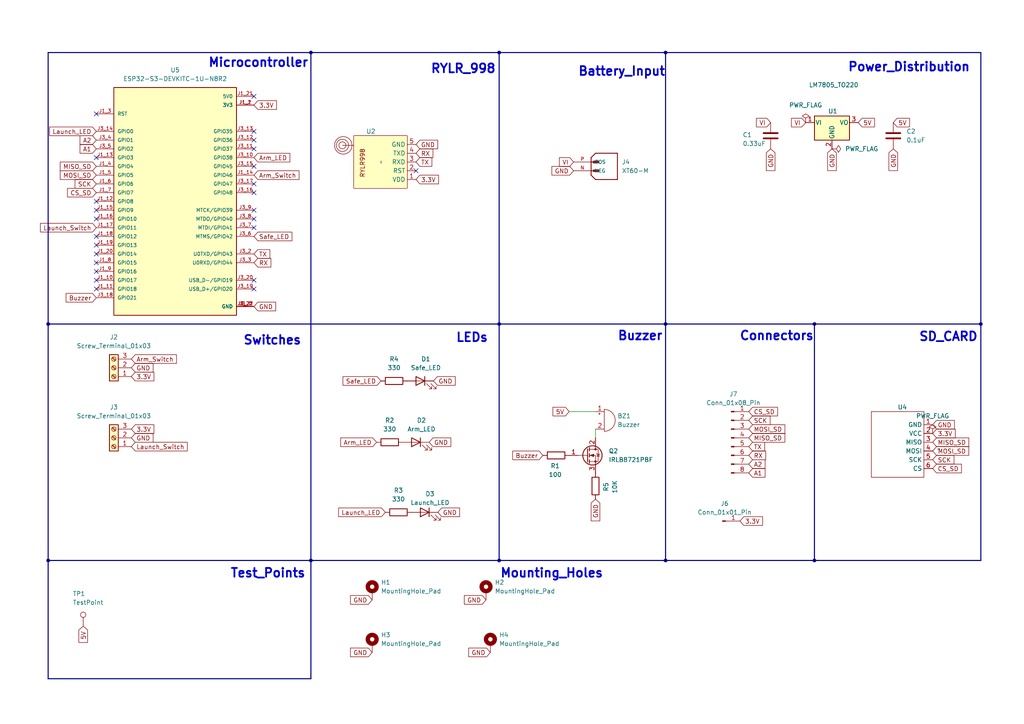
<source format=kicad_sch>
(kicad_sch
	(version 20231120)
	(generator "eeschema")
	(generator_version "8.0")
	(uuid "8d6113b8-e7cb-4f95-bdc7-d92b175d19d4")
	(paper "A4")
	(lib_symbols
		(symbol "Connector:Conn_01x01_Pin"
			(pin_names
				(offset 1.016) hide)
			(exclude_from_sim no)
			(in_bom yes)
			(on_board yes)
			(property "Reference" "J"
				(at 0 2.54 0)
				(effects
					(font
						(size 1.27 1.27)
					)
				)
			)
			(property "Value" "Conn_01x01_Pin"
				(at 0 -2.54 0)
				(effects
					(font
						(size 1.27 1.27)
					)
				)
			)
			(property "Footprint" ""
				(at 0 0 0)
				(effects
					(font
						(size 1.27 1.27)
					)
					(hide yes)
				)
			)
			(property "Datasheet" "~"
				(at 0 0 0)
				(effects
					(font
						(size 1.27 1.27)
					)
					(hide yes)
				)
			)
			(property "Description" "Generic connector, single row, 01x01, script generated"
				(at 0 0 0)
				(effects
					(font
						(size 1.27 1.27)
					)
					(hide yes)
				)
			)
			(property "ki_locked" ""
				(at 0 0 0)
				(effects
					(font
						(size 1.27 1.27)
					)
				)
			)
			(property "ki_keywords" "connector"
				(at 0 0 0)
				(effects
					(font
						(size 1.27 1.27)
					)
					(hide yes)
				)
			)
			(property "ki_fp_filters" "Connector*:*_1x??_*"
				(at 0 0 0)
				(effects
					(font
						(size 1.27 1.27)
					)
					(hide yes)
				)
			)
			(symbol "Conn_01x01_Pin_1_1"
				(polyline
					(pts
						(xy 1.27 0) (xy 0.8636 0)
					)
					(stroke
						(width 0.1524)
						(type default)
					)
					(fill
						(type none)
					)
				)
				(rectangle
					(start 0.8636 0.127)
					(end 0 -0.127)
					(stroke
						(width 0.1524)
						(type default)
					)
					(fill
						(type outline)
					)
				)
				(pin passive line
					(at 5.08 0 180)
					(length 3.81)
					(name "Pin_1"
						(effects
							(font
								(size 1.27 1.27)
							)
						)
					)
					(number "1"
						(effects
							(font
								(size 1.27 1.27)
							)
						)
					)
				)
			)
		)
		(symbol "Connector:Conn_01x08_Pin"
			(pin_names
				(offset 1.016) hide)
			(exclude_from_sim no)
			(in_bom yes)
			(on_board yes)
			(property "Reference" "J"
				(at 0 10.16 0)
				(effects
					(font
						(size 1.27 1.27)
					)
				)
			)
			(property "Value" "Conn_01x08_Pin"
				(at 0 -12.7 0)
				(effects
					(font
						(size 1.27 1.27)
					)
				)
			)
			(property "Footprint" ""
				(at 0 0 0)
				(effects
					(font
						(size 1.27 1.27)
					)
					(hide yes)
				)
			)
			(property "Datasheet" "~"
				(at 0 0 0)
				(effects
					(font
						(size 1.27 1.27)
					)
					(hide yes)
				)
			)
			(property "Description" "Generic connector, single row, 01x08, script generated"
				(at 0 0 0)
				(effects
					(font
						(size 1.27 1.27)
					)
					(hide yes)
				)
			)
			(property "ki_locked" ""
				(at 0 0 0)
				(effects
					(font
						(size 1.27 1.27)
					)
				)
			)
			(property "ki_keywords" "connector"
				(at 0 0 0)
				(effects
					(font
						(size 1.27 1.27)
					)
					(hide yes)
				)
			)
			(property "ki_fp_filters" "Connector*:*_1x??_*"
				(at 0 0 0)
				(effects
					(font
						(size 1.27 1.27)
					)
					(hide yes)
				)
			)
			(symbol "Conn_01x08_Pin_1_1"
				(polyline
					(pts
						(xy 1.27 -10.16) (xy 0.8636 -10.16)
					)
					(stroke
						(width 0.1524)
						(type default)
					)
					(fill
						(type none)
					)
				)
				(polyline
					(pts
						(xy 1.27 -7.62) (xy 0.8636 -7.62)
					)
					(stroke
						(width 0.1524)
						(type default)
					)
					(fill
						(type none)
					)
				)
				(polyline
					(pts
						(xy 1.27 -5.08) (xy 0.8636 -5.08)
					)
					(stroke
						(width 0.1524)
						(type default)
					)
					(fill
						(type none)
					)
				)
				(polyline
					(pts
						(xy 1.27 -2.54) (xy 0.8636 -2.54)
					)
					(stroke
						(width 0.1524)
						(type default)
					)
					(fill
						(type none)
					)
				)
				(polyline
					(pts
						(xy 1.27 0) (xy 0.8636 0)
					)
					(stroke
						(width 0.1524)
						(type default)
					)
					(fill
						(type none)
					)
				)
				(polyline
					(pts
						(xy 1.27 2.54) (xy 0.8636 2.54)
					)
					(stroke
						(width 0.1524)
						(type default)
					)
					(fill
						(type none)
					)
				)
				(polyline
					(pts
						(xy 1.27 5.08) (xy 0.8636 5.08)
					)
					(stroke
						(width 0.1524)
						(type default)
					)
					(fill
						(type none)
					)
				)
				(polyline
					(pts
						(xy 1.27 7.62) (xy 0.8636 7.62)
					)
					(stroke
						(width 0.1524)
						(type default)
					)
					(fill
						(type none)
					)
				)
				(rectangle
					(start 0.8636 -10.033)
					(end 0 -10.287)
					(stroke
						(width 0.1524)
						(type default)
					)
					(fill
						(type outline)
					)
				)
				(rectangle
					(start 0.8636 -7.493)
					(end 0 -7.747)
					(stroke
						(width 0.1524)
						(type default)
					)
					(fill
						(type outline)
					)
				)
				(rectangle
					(start 0.8636 -4.953)
					(end 0 -5.207)
					(stroke
						(width 0.1524)
						(type default)
					)
					(fill
						(type outline)
					)
				)
				(rectangle
					(start 0.8636 -2.413)
					(end 0 -2.667)
					(stroke
						(width 0.1524)
						(type default)
					)
					(fill
						(type outline)
					)
				)
				(rectangle
					(start 0.8636 0.127)
					(end 0 -0.127)
					(stroke
						(width 0.1524)
						(type default)
					)
					(fill
						(type outline)
					)
				)
				(rectangle
					(start 0.8636 2.667)
					(end 0 2.413)
					(stroke
						(width 0.1524)
						(type default)
					)
					(fill
						(type outline)
					)
				)
				(rectangle
					(start 0.8636 5.207)
					(end 0 4.953)
					(stroke
						(width 0.1524)
						(type default)
					)
					(fill
						(type outline)
					)
				)
				(rectangle
					(start 0.8636 7.747)
					(end 0 7.493)
					(stroke
						(width 0.1524)
						(type default)
					)
					(fill
						(type outline)
					)
				)
				(pin passive line
					(at 5.08 7.62 180)
					(length 3.81)
					(name "Pin_1"
						(effects
							(font
								(size 1.27 1.27)
							)
						)
					)
					(number "1"
						(effects
							(font
								(size 1.27 1.27)
							)
						)
					)
				)
				(pin passive line
					(at 5.08 5.08 180)
					(length 3.81)
					(name "Pin_2"
						(effects
							(font
								(size 1.27 1.27)
							)
						)
					)
					(number "2"
						(effects
							(font
								(size 1.27 1.27)
							)
						)
					)
				)
				(pin passive line
					(at 5.08 2.54 180)
					(length 3.81)
					(name "Pin_3"
						(effects
							(font
								(size 1.27 1.27)
							)
						)
					)
					(number "3"
						(effects
							(font
								(size 1.27 1.27)
							)
						)
					)
				)
				(pin passive line
					(at 5.08 0 180)
					(length 3.81)
					(name "Pin_4"
						(effects
							(font
								(size 1.27 1.27)
							)
						)
					)
					(number "4"
						(effects
							(font
								(size 1.27 1.27)
							)
						)
					)
				)
				(pin passive line
					(at 5.08 -2.54 180)
					(length 3.81)
					(name "Pin_5"
						(effects
							(font
								(size 1.27 1.27)
							)
						)
					)
					(number "5"
						(effects
							(font
								(size 1.27 1.27)
							)
						)
					)
				)
				(pin passive line
					(at 5.08 -5.08 180)
					(length 3.81)
					(name "Pin_6"
						(effects
							(font
								(size 1.27 1.27)
							)
						)
					)
					(number "6"
						(effects
							(font
								(size 1.27 1.27)
							)
						)
					)
				)
				(pin passive line
					(at 5.08 -7.62 180)
					(length 3.81)
					(name "Pin_7"
						(effects
							(font
								(size 1.27 1.27)
							)
						)
					)
					(number "7"
						(effects
							(font
								(size 1.27 1.27)
							)
						)
					)
				)
				(pin passive line
					(at 5.08 -10.16 180)
					(length 3.81)
					(name "Pin_8"
						(effects
							(font
								(size 1.27 1.27)
							)
						)
					)
					(number "8"
						(effects
							(font
								(size 1.27 1.27)
							)
						)
					)
				)
			)
		)
		(symbol "Connector:Screw_Terminal_01x03"
			(pin_names
				(offset 1.016) hide)
			(exclude_from_sim no)
			(in_bom yes)
			(on_board yes)
			(property "Reference" "J"
				(at 0 5.08 0)
				(effects
					(font
						(size 1.27 1.27)
					)
				)
			)
			(property "Value" "Screw_Terminal_01x03"
				(at 0 -5.08 0)
				(effects
					(font
						(size 1.27 1.27)
					)
				)
			)
			(property "Footprint" ""
				(at 0 0 0)
				(effects
					(font
						(size 1.27 1.27)
					)
					(hide yes)
				)
			)
			(property "Datasheet" "~"
				(at 0 0 0)
				(effects
					(font
						(size 1.27 1.27)
					)
					(hide yes)
				)
			)
			(property "Description" "Generic screw terminal, single row, 01x03, script generated (kicad-library-utils/schlib/autogen/connector/)"
				(at 0 0 0)
				(effects
					(font
						(size 1.27 1.27)
					)
					(hide yes)
				)
			)
			(property "ki_keywords" "screw terminal"
				(at 0 0 0)
				(effects
					(font
						(size 1.27 1.27)
					)
					(hide yes)
				)
			)
			(property "ki_fp_filters" "TerminalBlock*:*"
				(at 0 0 0)
				(effects
					(font
						(size 1.27 1.27)
					)
					(hide yes)
				)
			)
			(symbol "Screw_Terminal_01x03_1_1"
				(rectangle
					(start -1.27 3.81)
					(end 1.27 -3.81)
					(stroke
						(width 0.254)
						(type default)
					)
					(fill
						(type background)
					)
				)
				(circle
					(center 0 -2.54)
					(radius 0.635)
					(stroke
						(width 0.1524)
						(type default)
					)
					(fill
						(type none)
					)
				)
				(polyline
					(pts
						(xy -0.5334 -2.2098) (xy 0.3302 -3.048)
					)
					(stroke
						(width 0.1524)
						(type default)
					)
					(fill
						(type none)
					)
				)
				(polyline
					(pts
						(xy -0.5334 0.3302) (xy 0.3302 -0.508)
					)
					(stroke
						(width 0.1524)
						(type default)
					)
					(fill
						(type none)
					)
				)
				(polyline
					(pts
						(xy -0.5334 2.8702) (xy 0.3302 2.032)
					)
					(stroke
						(width 0.1524)
						(type default)
					)
					(fill
						(type none)
					)
				)
				(polyline
					(pts
						(xy -0.3556 -2.032) (xy 0.508 -2.8702)
					)
					(stroke
						(width 0.1524)
						(type default)
					)
					(fill
						(type none)
					)
				)
				(polyline
					(pts
						(xy -0.3556 0.508) (xy 0.508 -0.3302)
					)
					(stroke
						(width 0.1524)
						(type default)
					)
					(fill
						(type none)
					)
				)
				(polyline
					(pts
						(xy -0.3556 3.048) (xy 0.508 2.2098)
					)
					(stroke
						(width 0.1524)
						(type default)
					)
					(fill
						(type none)
					)
				)
				(circle
					(center 0 0)
					(radius 0.635)
					(stroke
						(width 0.1524)
						(type default)
					)
					(fill
						(type none)
					)
				)
				(circle
					(center 0 2.54)
					(radius 0.635)
					(stroke
						(width 0.1524)
						(type default)
					)
					(fill
						(type none)
					)
				)
				(pin passive line
					(at -5.08 2.54 0)
					(length 3.81)
					(name "Pin_1"
						(effects
							(font
								(size 1.27 1.27)
							)
						)
					)
					(number "1"
						(effects
							(font
								(size 1.27 1.27)
							)
						)
					)
				)
				(pin passive line
					(at -5.08 0 0)
					(length 3.81)
					(name "Pin_2"
						(effects
							(font
								(size 1.27 1.27)
							)
						)
					)
					(number "2"
						(effects
							(font
								(size 1.27 1.27)
							)
						)
					)
				)
				(pin passive line
					(at -5.08 -2.54 0)
					(length 3.81)
					(name "Pin_3"
						(effects
							(font
								(size 1.27 1.27)
							)
						)
					)
					(number "3"
						(effects
							(font
								(size 1.27 1.27)
							)
						)
					)
				)
			)
		)
		(symbol "Connector:TestPoint"
			(pin_numbers hide)
			(pin_names
				(offset 0.762) hide)
			(exclude_from_sim no)
			(in_bom yes)
			(on_board yes)
			(property "Reference" "TP"
				(at 0 6.858 0)
				(effects
					(font
						(size 1.27 1.27)
					)
				)
			)
			(property "Value" "TestPoint"
				(at 0 5.08 0)
				(effects
					(font
						(size 1.27 1.27)
					)
				)
			)
			(property "Footprint" ""
				(at 5.08 0 0)
				(effects
					(font
						(size 1.27 1.27)
					)
					(hide yes)
				)
			)
			(property "Datasheet" "~"
				(at 5.08 0 0)
				(effects
					(font
						(size 1.27 1.27)
					)
					(hide yes)
				)
			)
			(property "Description" "test point"
				(at 0 0 0)
				(effects
					(font
						(size 1.27 1.27)
					)
					(hide yes)
				)
			)
			(property "ki_keywords" "test point tp"
				(at 0 0 0)
				(effects
					(font
						(size 1.27 1.27)
					)
					(hide yes)
				)
			)
			(property "ki_fp_filters" "Pin* Test*"
				(at 0 0 0)
				(effects
					(font
						(size 1.27 1.27)
					)
					(hide yes)
				)
			)
			(symbol "TestPoint_0_1"
				(circle
					(center 0 3.302)
					(radius 0.762)
					(stroke
						(width 0)
						(type default)
					)
					(fill
						(type none)
					)
				)
			)
			(symbol "TestPoint_1_1"
				(pin passive line
					(at 0 0 90)
					(length 2.54)
					(name "1"
						(effects
							(font
								(size 1.27 1.27)
							)
						)
					)
					(number "1"
						(effects
							(font
								(size 1.27 1.27)
							)
						)
					)
				)
			)
		)
		(symbol "Device:Buzzer"
			(pin_names
				(offset 0.0254) hide)
			(exclude_from_sim no)
			(in_bom yes)
			(on_board yes)
			(property "Reference" "BZ"
				(at 3.81 1.27 0)
				(effects
					(font
						(size 1.27 1.27)
					)
					(justify left)
				)
			)
			(property "Value" "Buzzer"
				(at 3.81 -1.27 0)
				(effects
					(font
						(size 1.27 1.27)
					)
					(justify left)
				)
			)
			(property "Footprint" ""
				(at -0.635 2.54 90)
				(effects
					(font
						(size 1.27 1.27)
					)
					(hide yes)
				)
			)
			(property "Datasheet" "~"
				(at -0.635 2.54 90)
				(effects
					(font
						(size 1.27 1.27)
					)
					(hide yes)
				)
			)
			(property "Description" "Buzzer, polarized"
				(at 0 0 0)
				(effects
					(font
						(size 1.27 1.27)
					)
					(hide yes)
				)
			)
			(property "ki_keywords" "quartz resonator ceramic"
				(at 0 0 0)
				(effects
					(font
						(size 1.27 1.27)
					)
					(hide yes)
				)
			)
			(property "ki_fp_filters" "*Buzzer*"
				(at 0 0 0)
				(effects
					(font
						(size 1.27 1.27)
					)
					(hide yes)
				)
			)
			(symbol "Buzzer_0_1"
				(arc
					(start 0 -3.175)
					(mid 3.1612 0)
					(end 0 3.175)
					(stroke
						(width 0)
						(type default)
					)
					(fill
						(type none)
					)
				)
				(polyline
					(pts
						(xy -1.651 1.905) (xy -1.143 1.905)
					)
					(stroke
						(width 0)
						(type default)
					)
					(fill
						(type none)
					)
				)
				(polyline
					(pts
						(xy -1.397 2.159) (xy -1.397 1.651)
					)
					(stroke
						(width 0)
						(type default)
					)
					(fill
						(type none)
					)
				)
				(polyline
					(pts
						(xy 0 3.175) (xy 0 -3.175)
					)
					(stroke
						(width 0)
						(type default)
					)
					(fill
						(type none)
					)
				)
			)
			(symbol "Buzzer_1_1"
				(pin passive line
					(at -2.54 2.54 0)
					(length 2.54)
					(name "+"
						(effects
							(font
								(size 1.27 1.27)
							)
						)
					)
					(number "1"
						(effects
							(font
								(size 1.27 1.27)
							)
						)
					)
				)
				(pin passive line
					(at -2.54 -2.54 0)
					(length 2.54)
					(name "-"
						(effects
							(font
								(size 1.27 1.27)
							)
						)
					)
					(number "2"
						(effects
							(font
								(size 1.27 1.27)
							)
						)
					)
				)
			)
		)
		(symbol "Device:C"
			(pin_numbers hide)
			(pin_names
				(offset 0.254)
			)
			(exclude_from_sim no)
			(in_bom yes)
			(on_board yes)
			(property "Reference" "C"
				(at 0.635 2.54 0)
				(effects
					(font
						(size 1.27 1.27)
					)
					(justify left)
				)
			)
			(property "Value" "C"
				(at 0.635 -2.54 0)
				(effects
					(font
						(size 1.27 1.27)
					)
					(justify left)
				)
			)
			(property "Footprint" ""
				(at 0.9652 -3.81 0)
				(effects
					(font
						(size 1.27 1.27)
					)
					(hide yes)
				)
			)
			(property "Datasheet" "~"
				(at 0 0 0)
				(effects
					(font
						(size 1.27 1.27)
					)
					(hide yes)
				)
			)
			(property "Description" "Unpolarized capacitor"
				(at 0 0 0)
				(effects
					(font
						(size 1.27 1.27)
					)
					(hide yes)
				)
			)
			(property "ki_keywords" "cap capacitor"
				(at 0 0 0)
				(effects
					(font
						(size 1.27 1.27)
					)
					(hide yes)
				)
			)
			(property "ki_fp_filters" "C_*"
				(at 0 0 0)
				(effects
					(font
						(size 1.27 1.27)
					)
					(hide yes)
				)
			)
			(symbol "C_0_1"
				(polyline
					(pts
						(xy -2.032 -0.762) (xy 2.032 -0.762)
					)
					(stroke
						(width 0.508)
						(type default)
					)
					(fill
						(type none)
					)
				)
				(polyline
					(pts
						(xy -2.032 0.762) (xy 2.032 0.762)
					)
					(stroke
						(width 0.508)
						(type default)
					)
					(fill
						(type none)
					)
				)
			)
			(symbol "C_1_1"
				(pin passive line
					(at 0 3.81 270)
					(length 2.794)
					(name "~"
						(effects
							(font
								(size 1.27 1.27)
							)
						)
					)
					(number "1"
						(effects
							(font
								(size 1.27 1.27)
							)
						)
					)
				)
				(pin passive line
					(at 0 -3.81 90)
					(length 2.794)
					(name "~"
						(effects
							(font
								(size 1.27 1.27)
							)
						)
					)
					(number "2"
						(effects
							(font
								(size 1.27 1.27)
							)
						)
					)
				)
			)
		)
		(symbol "Device:LED"
			(pin_numbers hide)
			(pin_names
				(offset 1.016) hide)
			(exclude_from_sim no)
			(in_bom yes)
			(on_board yes)
			(property "Reference" "D"
				(at 0 2.54 0)
				(effects
					(font
						(size 1.27 1.27)
					)
				)
			)
			(property "Value" "LED"
				(at 0 -2.54 0)
				(effects
					(font
						(size 1.27 1.27)
					)
				)
			)
			(property "Footprint" ""
				(at 0 0 0)
				(effects
					(font
						(size 1.27 1.27)
					)
					(hide yes)
				)
			)
			(property "Datasheet" "~"
				(at 0 0 0)
				(effects
					(font
						(size 1.27 1.27)
					)
					(hide yes)
				)
			)
			(property "Description" "Light emitting diode"
				(at 0 0 0)
				(effects
					(font
						(size 1.27 1.27)
					)
					(hide yes)
				)
			)
			(property "ki_keywords" "LED diode"
				(at 0 0 0)
				(effects
					(font
						(size 1.27 1.27)
					)
					(hide yes)
				)
			)
			(property "ki_fp_filters" "LED* LED_SMD:* LED_THT:*"
				(at 0 0 0)
				(effects
					(font
						(size 1.27 1.27)
					)
					(hide yes)
				)
			)
			(symbol "LED_0_1"
				(polyline
					(pts
						(xy -1.27 -1.27) (xy -1.27 1.27)
					)
					(stroke
						(width 0.254)
						(type default)
					)
					(fill
						(type none)
					)
				)
				(polyline
					(pts
						(xy -1.27 0) (xy 1.27 0)
					)
					(stroke
						(width 0)
						(type default)
					)
					(fill
						(type none)
					)
				)
				(polyline
					(pts
						(xy 1.27 -1.27) (xy 1.27 1.27) (xy -1.27 0) (xy 1.27 -1.27)
					)
					(stroke
						(width 0.254)
						(type default)
					)
					(fill
						(type none)
					)
				)
				(polyline
					(pts
						(xy -3.048 -0.762) (xy -4.572 -2.286) (xy -3.81 -2.286) (xy -4.572 -2.286) (xy -4.572 -1.524)
					)
					(stroke
						(width 0)
						(type default)
					)
					(fill
						(type none)
					)
				)
				(polyline
					(pts
						(xy -1.778 -0.762) (xy -3.302 -2.286) (xy -2.54 -2.286) (xy -3.302 -2.286) (xy -3.302 -1.524)
					)
					(stroke
						(width 0)
						(type default)
					)
					(fill
						(type none)
					)
				)
			)
			(symbol "LED_1_1"
				(pin passive line
					(at -3.81 0 0)
					(length 2.54)
					(name "K"
						(effects
							(font
								(size 1.27 1.27)
							)
						)
					)
					(number "1"
						(effects
							(font
								(size 1.27 1.27)
							)
						)
					)
				)
				(pin passive line
					(at 3.81 0 180)
					(length 2.54)
					(name "A"
						(effects
							(font
								(size 1.27 1.27)
							)
						)
					)
					(number "2"
						(effects
							(font
								(size 1.27 1.27)
							)
						)
					)
				)
			)
		)
		(symbol "Device:R"
			(pin_numbers hide)
			(pin_names
				(offset 0)
			)
			(exclude_from_sim no)
			(in_bom yes)
			(on_board yes)
			(property "Reference" "R"
				(at 2.032 0 90)
				(effects
					(font
						(size 1.27 1.27)
					)
				)
			)
			(property "Value" "R"
				(at 0 0 90)
				(effects
					(font
						(size 1.27 1.27)
					)
				)
			)
			(property "Footprint" ""
				(at -1.778 0 90)
				(effects
					(font
						(size 1.27 1.27)
					)
					(hide yes)
				)
			)
			(property "Datasheet" "~"
				(at 0 0 0)
				(effects
					(font
						(size 1.27 1.27)
					)
					(hide yes)
				)
			)
			(property "Description" "Resistor"
				(at 0 0 0)
				(effects
					(font
						(size 1.27 1.27)
					)
					(hide yes)
				)
			)
			(property "ki_keywords" "R res resistor"
				(at 0 0 0)
				(effects
					(font
						(size 1.27 1.27)
					)
					(hide yes)
				)
			)
			(property "ki_fp_filters" "R_*"
				(at 0 0 0)
				(effects
					(font
						(size 1.27 1.27)
					)
					(hide yes)
				)
			)
			(symbol "R_0_1"
				(rectangle
					(start -1.016 -2.54)
					(end 1.016 2.54)
					(stroke
						(width 0.254)
						(type default)
					)
					(fill
						(type none)
					)
				)
			)
			(symbol "R_1_1"
				(pin passive line
					(at 0 3.81 270)
					(length 1.27)
					(name "~"
						(effects
							(font
								(size 1.27 1.27)
							)
						)
					)
					(number "1"
						(effects
							(font
								(size 1.27 1.27)
							)
						)
					)
				)
				(pin passive line
					(at 0 -3.81 90)
					(length 1.27)
					(name "~"
						(effects
							(font
								(size 1.27 1.27)
							)
						)
					)
					(number "2"
						(effects
							(font
								(size 1.27 1.27)
							)
						)
					)
				)
			)
		)
		(symbol "Launch_Control_Systems_GND_V1:ESP32-S3-DEVKITC-1U-N8R2"
			(pin_names
				(offset 1.016)
			)
			(exclude_from_sim no)
			(in_bom yes)
			(on_board yes)
			(property "Reference" "U"
				(at -17.78 35.56 0)
				(effects
					(font
						(size 1.27 1.27)
					)
					(justify left top)
				)
			)
			(property "Value" "ESP32-S3-DEVKITC-1U-N8R2"
				(at -17.78 -35.56 0)
				(effects
					(font
						(size 1.27 1.27)
					)
					(justify left bottom)
				)
			)
			(property "Footprint" ""
				(at 0 0 0)
				(effects
					(font
						(size 1.27 1.27)
					)
					(justify bottom)
					(hide yes)
				)
			)
			(property "Datasheet" ""
				(at 0 0 0)
				(effects
					(font
						(size 1.27 1.27)
					)
					(hide yes)
				)
			)
			(property "Description" ""
				(at 0 0 0)
				(effects
					(font
						(size 1.27 1.27)
					)
					(hide yes)
				)
			)
			(property "MF" ""
				(at 0 0 0)
				(effects
					(font
						(size 1.27 1.27)
					)
					(justify bottom)
					(hide yes)
				)
			)
			(property "MAXIMUM_PACKAGE_HEIGHT" ""
				(at 0 0 0)
				(effects
					(font
						(size 1.27 1.27)
					)
					(justify bottom)
					(hide yes)
				)
			)
			(property "Package" ""
				(at 0 0 0)
				(effects
					(font
						(size 1.27 1.27)
					)
					(justify bottom)
					(hide yes)
				)
			)
			(property "Price" ""
				(at 0 0 0)
				(effects
					(font
						(size 1.27 1.27)
					)
					(justify bottom)
					(hide yes)
				)
			)
			(property "Check_prices" ""
				(at 0 0 0)
				(effects
					(font
						(size 1.27 1.27)
					)
					(justify bottom)
					(hide yes)
				)
			)
			(property "STANDARD" ""
				(at 0 0 0)
				(effects
					(font
						(size 1.27 1.27)
					)
					(justify bottom)
					(hide yes)
				)
			)
			(property "PARTREV" ""
				(at 0 0 0)
				(effects
					(font
						(size 1.27 1.27)
					)
					(justify bottom)
					(hide yes)
				)
			)
			(property "SnapEDA_Link" ""
				(at 0 0 0)
				(effects
					(font
						(size 1.27 1.27)
					)
					(justify bottom)
					(hide yes)
				)
			)
			(property "MP" ""
				(at 0 0 0)
				(effects
					(font
						(size 1.27 1.27)
					)
					(justify bottom)
					(hide yes)
				)
			)
			(property "Description_1" ""
				(at 0 0 0)
				(effects
					(font
						(size 1.27 1.27)
					)
					(justify bottom)
					(hide yes)
				)
			)
			(property "Availability" ""
				(at 0 0 0)
				(effects
					(font
						(size 1.27 1.27)
					)
					(justify bottom)
					(hide yes)
				)
			)
			(property "MANUFACTURER" ""
				(at 0 0 0)
				(effects
					(font
						(size 1.27 1.27)
					)
					(justify bottom)
					(hide yes)
				)
			)
			(symbol "ESP32-S3-DEVKITC-1U-N8R2_0_0"
				(rectangle
					(start -17.78 -33.02)
					(end 17.78 33.02)
					(stroke
						(width 0.254)
						(type default)
					)
					(fill
						(type background)
					)
				)
				(pin power_in line
					(at 22.86 27.94 180)
					(length 5.08)
					(name "3V3"
						(effects
							(font
								(size 1.016 1.016)
							)
						)
					)
					(number "J1_1"
						(effects
							(font
								(size 1.016 1.016)
							)
						)
					)
				)
				(pin bidirectional line
					(at -22.86 -22.86 0)
					(length 5.08)
					(name "GPIO17"
						(effects
							(font
								(size 1.016 1.016)
							)
						)
					)
					(number "J1_10"
						(effects
							(font
								(size 1.016 1.016)
							)
						)
					)
				)
				(pin bidirectional line
					(at -22.86 -25.4 0)
					(length 5.08)
					(name "GPIO18"
						(effects
							(font
								(size 1.016 1.016)
							)
						)
					)
					(number "J1_11"
						(effects
							(font
								(size 1.016 1.016)
							)
						)
					)
				)
				(pin bidirectional line
					(at -22.86 0 0)
					(length 5.08)
					(name "GPIO8"
						(effects
							(font
								(size 1.016 1.016)
							)
						)
					)
					(number "J1_12"
						(effects
							(font
								(size 1.016 1.016)
							)
						)
					)
				)
				(pin bidirectional line
					(at -22.86 12.7 0)
					(length 5.08)
					(name "GPIO3"
						(effects
							(font
								(size 1.016 1.016)
							)
						)
					)
					(number "J1_13"
						(effects
							(font
								(size 1.016 1.016)
							)
						)
					)
				)
				(pin bidirectional line
					(at 22.86 7.62 180)
					(length 5.08)
					(name "GPIO46"
						(effects
							(font
								(size 1.016 1.016)
							)
						)
					)
					(number "J1_14"
						(effects
							(font
								(size 1.016 1.016)
							)
						)
					)
				)
				(pin bidirectional line
					(at -22.86 -2.54 0)
					(length 5.08)
					(name "GPIO9"
						(effects
							(font
								(size 1.016 1.016)
							)
						)
					)
					(number "J1_15"
						(effects
							(font
								(size 1.016 1.016)
							)
						)
					)
				)
				(pin bidirectional line
					(at -22.86 -5.08 0)
					(length 5.08)
					(name "GPIO10"
						(effects
							(font
								(size 1.016 1.016)
							)
						)
					)
					(number "J1_16"
						(effects
							(font
								(size 1.016 1.016)
							)
						)
					)
				)
				(pin bidirectional line
					(at -22.86 -7.62 0)
					(length 5.08)
					(name "GPIO11"
						(effects
							(font
								(size 1.016 1.016)
							)
						)
					)
					(number "J1_17"
						(effects
							(font
								(size 1.016 1.016)
							)
						)
					)
				)
				(pin bidirectional line
					(at -22.86 -10.16 0)
					(length 5.08)
					(name "GPIO12"
						(effects
							(font
								(size 1.016 1.016)
							)
						)
					)
					(number "J1_18"
						(effects
							(font
								(size 1.016 1.016)
							)
						)
					)
				)
				(pin bidirectional line
					(at -22.86 -12.7 0)
					(length 5.08)
					(name "GPIO13"
						(effects
							(font
								(size 1.016 1.016)
							)
						)
					)
					(number "J1_19"
						(effects
							(font
								(size 1.016 1.016)
							)
						)
					)
				)
				(pin power_in line
					(at 22.86 27.94 180)
					(length 5.08)
					(name "3V3"
						(effects
							(font
								(size 1.016 1.016)
							)
						)
					)
					(number "J1_2"
						(effects
							(font
								(size 1.016 1.016)
							)
						)
					)
				)
				(pin bidirectional line
					(at -22.86 -15.24 0)
					(length 5.08)
					(name "GPIO14"
						(effects
							(font
								(size 1.016 1.016)
							)
						)
					)
					(number "J1_20"
						(effects
							(font
								(size 1.016 1.016)
							)
						)
					)
				)
				(pin power_in line
					(at 22.86 30.48 180)
					(length 5.08)
					(name "5V0"
						(effects
							(font
								(size 1.016 1.016)
							)
						)
					)
					(number "J1_21"
						(effects
							(font
								(size 1.016 1.016)
							)
						)
					)
				)
				(pin power_in line
					(at 22.86 -30.48 180)
					(length 5.08)
					(name "GND"
						(effects
							(font
								(size 1.016 1.016)
							)
						)
					)
					(number "J1_22"
						(effects
							(font
								(size 1.016 1.016)
							)
						)
					)
				)
				(pin input line
					(at -22.86 25.4 0)
					(length 5.08)
					(name "RST"
						(effects
							(font
								(size 1.016 1.016)
							)
						)
					)
					(number "J1_3"
						(effects
							(font
								(size 1.016 1.016)
							)
						)
					)
				)
				(pin bidirectional line
					(at -22.86 10.16 0)
					(length 5.08)
					(name "GPIO4"
						(effects
							(font
								(size 1.016 1.016)
							)
						)
					)
					(number "J1_4"
						(effects
							(font
								(size 1.016 1.016)
							)
						)
					)
				)
				(pin bidirectional line
					(at -22.86 7.62 0)
					(length 5.08)
					(name "GPIO5"
						(effects
							(font
								(size 1.016 1.016)
							)
						)
					)
					(number "J1_5"
						(effects
							(font
								(size 1.016 1.016)
							)
						)
					)
				)
				(pin bidirectional line
					(at -22.86 5.08 0)
					(length 5.08)
					(name "GPIO6"
						(effects
							(font
								(size 1.016 1.016)
							)
						)
					)
					(number "J1_6"
						(effects
							(font
								(size 1.016 1.016)
							)
						)
					)
				)
				(pin bidirectional line
					(at -22.86 2.54 0)
					(length 5.08)
					(name "GPIO7"
						(effects
							(font
								(size 1.016 1.016)
							)
						)
					)
					(number "J1_7"
						(effects
							(font
								(size 1.016 1.016)
							)
						)
					)
				)
				(pin bidirectional line
					(at -22.86 -17.78 0)
					(length 5.08)
					(name "GPIO15"
						(effects
							(font
								(size 1.016 1.016)
							)
						)
					)
					(number "J1_8"
						(effects
							(font
								(size 1.016 1.016)
							)
						)
					)
				)
				(pin bidirectional line
					(at -22.86 -20.32 0)
					(length 5.08)
					(name "GPIO16"
						(effects
							(font
								(size 1.016 1.016)
							)
						)
					)
					(number "J1_9"
						(effects
							(font
								(size 1.016 1.016)
							)
						)
					)
				)
				(pin power_in line
					(at 22.86 -30.48 180)
					(length 5.08)
					(name "GND"
						(effects
							(font
								(size 1.016 1.016)
							)
						)
					)
					(number "J3_1"
						(effects
							(font
								(size 1.016 1.016)
							)
						)
					)
				)
				(pin bidirectional line
					(at 22.86 12.7 180)
					(length 5.08)
					(name "GPIO38"
						(effects
							(font
								(size 1.016 1.016)
							)
						)
					)
					(number "J3_10"
						(effects
							(font
								(size 1.016 1.016)
							)
						)
					)
				)
				(pin bidirectional line
					(at 22.86 15.24 180)
					(length 5.08)
					(name "GPIO37"
						(effects
							(font
								(size 1.016 1.016)
							)
						)
					)
					(number "J3_11"
						(effects
							(font
								(size 1.016 1.016)
							)
						)
					)
				)
				(pin bidirectional line
					(at 22.86 17.78 180)
					(length 5.08)
					(name "GPIO36"
						(effects
							(font
								(size 1.016 1.016)
							)
						)
					)
					(number "J3_12"
						(effects
							(font
								(size 1.016 1.016)
							)
						)
					)
				)
				(pin bidirectional line
					(at 22.86 20.32 180)
					(length 5.08)
					(name "GPIO35"
						(effects
							(font
								(size 1.016 1.016)
							)
						)
					)
					(number "J3_13"
						(effects
							(font
								(size 1.016 1.016)
							)
						)
					)
				)
				(pin bidirectional line
					(at -22.86 20.32 0)
					(length 5.08)
					(name "GPIO0"
						(effects
							(font
								(size 1.016 1.016)
							)
						)
					)
					(number "J3_14"
						(effects
							(font
								(size 1.016 1.016)
							)
						)
					)
				)
				(pin bidirectional line
					(at 22.86 10.16 180)
					(length 5.08)
					(name "GPIO45"
						(effects
							(font
								(size 1.016 1.016)
							)
						)
					)
					(number "J3_15"
						(effects
							(font
								(size 1.016 1.016)
							)
						)
					)
				)
				(pin bidirectional line
					(at 22.86 2.54 180)
					(length 5.08)
					(name "GPIO48"
						(effects
							(font
								(size 1.016 1.016)
							)
						)
					)
					(number "J3_16"
						(effects
							(font
								(size 1.016 1.016)
							)
						)
					)
				)
				(pin bidirectional line
					(at 22.86 5.08 180)
					(length 5.08)
					(name "GPIO47"
						(effects
							(font
								(size 1.016 1.016)
							)
						)
					)
					(number "J3_17"
						(effects
							(font
								(size 1.016 1.016)
							)
						)
					)
				)
				(pin bidirectional line
					(at -22.86 -27.94 0)
					(length 5.08)
					(name "GPIO21"
						(effects
							(font
								(size 1.016 1.016)
							)
						)
					)
					(number "J3_18"
						(effects
							(font
								(size 1.016 1.016)
							)
						)
					)
				)
				(pin bidirectional line
					(at 22.86 -25.4 180)
					(length 5.08)
					(name "USB_D+/GPIO20"
						(effects
							(font
								(size 1.016 1.016)
							)
						)
					)
					(number "J3_19"
						(effects
							(font
								(size 1.016 1.016)
							)
						)
					)
				)
				(pin bidirectional line
					(at 22.86 -15.24 180)
					(length 5.08)
					(name "U0TXD/GPIO43"
						(effects
							(font
								(size 1.016 1.016)
							)
						)
					)
					(number "J3_2"
						(effects
							(font
								(size 1.016 1.016)
							)
						)
					)
				)
				(pin bidirectional line
					(at 22.86 -22.86 180)
					(length 5.08)
					(name "USB_D-/GPIO19"
						(effects
							(font
								(size 1.016 1.016)
							)
						)
					)
					(number "J3_20"
						(effects
							(font
								(size 1.016 1.016)
							)
						)
					)
				)
				(pin power_in line
					(at 22.86 -30.48 180)
					(length 5.08)
					(name "GND"
						(effects
							(font
								(size 1.016 1.016)
							)
						)
					)
					(number "J3_21"
						(effects
							(font
								(size 1.016 1.016)
							)
						)
					)
				)
				(pin power_in line
					(at 22.86 -30.48 180)
					(length 5.08)
					(name "GND"
						(effects
							(font
								(size 1.016 1.016)
							)
						)
					)
					(number "J3_22"
						(effects
							(font
								(size 1.016 1.016)
							)
						)
					)
				)
				(pin bidirectional line
					(at 22.86 -17.78 180)
					(length 5.08)
					(name "U0RXD/GPIO44"
						(effects
							(font
								(size 1.016 1.016)
							)
						)
					)
					(number "J3_3"
						(effects
							(font
								(size 1.016 1.016)
							)
						)
					)
				)
				(pin bidirectional line
					(at -22.86 17.78 0)
					(length 5.08)
					(name "GPIO1"
						(effects
							(font
								(size 1.016 1.016)
							)
						)
					)
					(number "J3_4"
						(effects
							(font
								(size 1.016 1.016)
							)
						)
					)
				)
				(pin bidirectional line
					(at -22.86 15.24 0)
					(length 5.08)
					(name "GPIO2"
						(effects
							(font
								(size 1.016 1.016)
							)
						)
					)
					(number "J3_5"
						(effects
							(font
								(size 1.016 1.016)
							)
						)
					)
				)
				(pin bidirectional line
					(at 22.86 -10.16 180)
					(length 5.08)
					(name "MTMS/GPIO42"
						(effects
							(font
								(size 1.016 1.016)
							)
						)
					)
					(number "J3_6"
						(effects
							(font
								(size 1.016 1.016)
							)
						)
					)
				)
				(pin bidirectional line
					(at 22.86 -7.62 180)
					(length 5.08)
					(name "MTDI/GPIO41"
						(effects
							(font
								(size 1.016 1.016)
							)
						)
					)
					(number "J3_7"
						(effects
							(font
								(size 1.016 1.016)
							)
						)
					)
				)
				(pin bidirectional line
					(at 22.86 -5.08 180)
					(length 5.08)
					(name "MTDO/GPIO40"
						(effects
							(font
								(size 1.016 1.016)
							)
						)
					)
					(number "J3_8"
						(effects
							(font
								(size 1.016 1.016)
							)
						)
					)
				)
				(pin bidirectional line
					(at 22.86 -2.54 180)
					(length 5.08)
					(name "MTCK/GPIO39"
						(effects
							(font
								(size 1.016 1.016)
							)
						)
					)
					(number "J3_9"
						(effects
							(font
								(size 1.016 1.016)
							)
						)
					)
				)
			)
		)
		(symbol "Launch_Control_Systems_GND_V1:SD_CARD"
			(exclude_from_sim no)
			(in_bom yes)
			(on_board yes)
			(property "Reference" "U"
				(at 0 5.08 0)
				(effects
					(font
						(size 1.27 1.27)
					)
				)
			)
			(property "Value" ""
				(at 0 0 0)
				(effects
					(font
						(size 1.27 1.27)
					)
				)
			)
			(property "Footprint" ""
				(at 0 0 0)
				(effects
					(font
						(size 1.27 1.27)
					)
					(hide yes)
				)
			)
			(property "Datasheet" ""
				(at 0 0 0)
				(effects
					(font
						(size 1.27 1.27)
					)
					(hide yes)
				)
			)
			(property "Description" ""
				(at 0 0 0)
				(effects
					(font
						(size 1.27 1.27)
					)
					(hide yes)
				)
			)
			(symbol "SD_CARD_0_1"
				(rectangle
					(start -3.81 3.81)
					(end 11.43 -15.24)
					(stroke
						(width 0)
						(type default)
					)
					(fill
						(type none)
					)
				)
			)
			(symbol "SD_CARD_1_1"
				(pin power_in line
					(at 13.97 0 180)
					(length 2.54)
					(name "GND"
						(effects
							(font
								(size 1.27 1.27)
							)
						)
					)
					(number "1"
						(effects
							(font
								(size 1.27 1.27)
							)
						)
					)
				)
				(pin power_in line
					(at 13.97 -2.54 180)
					(length 2.54)
					(name "VCC"
						(effects
							(font
								(size 1.27 1.27)
							)
						)
					)
					(number "2"
						(effects
							(font
								(size 1.27 1.27)
							)
						)
					)
				)
				(pin bidirectional line
					(at 13.97 -5.08 180)
					(length 2.54)
					(name "MISO"
						(effects
							(font
								(size 1.27 1.27)
							)
						)
					)
					(number "3"
						(effects
							(font
								(size 1.27 1.27)
							)
						)
					)
				)
				(pin bidirectional line
					(at 13.97 -7.62 180)
					(length 2.54)
					(name "MOSI"
						(effects
							(font
								(size 1.27 1.27)
							)
						)
					)
					(number "4"
						(effects
							(font
								(size 1.27 1.27)
							)
						)
					)
				)
				(pin bidirectional line
					(at 13.97 -10.16 180)
					(length 2.54)
					(name "SCK"
						(effects
							(font
								(size 1.27 1.27)
							)
						)
					)
					(number "5"
						(effects
							(font
								(size 1.27 1.27)
							)
						)
					)
				)
				(pin bidirectional line
					(at 13.97 -12.7 180)
					(length 2.54)
					(name "CS"
						(effects
							(font
								(size 1.27 1.27)
							)
						)
					)
					(number "6"
						(effects
							(font
								(size 1.27 1.27)
							)
						)
					)
				)
			)
		)
		(symbol "Mechanical:MountingHole_Pad"
			(pin_numbers hide)
			(pin_names
				(offset 1.016) hide)
			(exclude_from_sim yes)
			(in_bom no)
			(on_board yes)
			(property "Reference" "H"
				(at 0 6.35 0)
				(effects
					(font
						(size 1.27 1.27)
					)
				)
			)
			(property "Value" "MountingHole_Pad"
				(at 0 4.445 0)
				(effects
					(font
						(size 1.27 1.27)
					)
				)
			)
			(property "Footprint" ""
				(at 0 0 0)
				(effects
					(font
						(size 1.27 1.27)
					)
					(hide yes)
				)
			)
			(property "Datasheet" "~"
				(at 0 0 0)
				(effects
					(font
						(size 1.27 1.27)
					)
					(hide yes)
				)
			)
			(property "Description" "Mounting Hole with connection"
				(at 0 0 0)
				(effects
					(font
						(size 1.27 1.27)
					)
					(hide yes)
				)
			)
			(property "ki_keywords" "mounting hole"
				(at 0 0 0)
				(effects
					(font
						(size 1.27 1.27)
					)
					(hide yes)
				)
			)
			(property "ki_fp_filters" "MountingHole*Pad*"
				(at 0 0 0)
				(effects
					(font
						(size 1.27 1.27)
					)
					(hide yes)
				)
			)
			(symbol "MountingHole_Pad_0_1"
				(circle
					(center 0 1.27)
					(radius 1.27)
					(stroke
						(width 1.27)
						(type default)
					)
					(fill
						(type none)
					)
				)
			)
			(symbol "MountingHole_Pad_1_1"
				(pin input line
					(at 0 -2.54 90)
					(length 2.54)
					(name "1"
						(effects
							(font
								(size 1.27 1.27)
							)
						)
					)
					(number "1"
						(effects
							(font
								(size 1.27 1.27)
							)
						)
					)
				)
			)
		)
		(symbol "MotorTest_symbols:RYLR998"
			(exclude_from_sim no)
			(in_bom yes)
			(on_board yes)
			(property "Reference" "U3"
				(at 8.89 2.921 90)
				(effects
					(font
						(size 1.27 1.27)
					)
				)
			)
			(property "Value" "~"
				(at 0 0 0)
				(effects
					(font
						(size 1.27 1.27)
					)
				)
			)
			(property "Footprint" "LIB_2024:RYLR998"
				(at 0 0 0)
				(effects
					(font
						(size 1.27 1.27)
					)
					(hide yes)
				)
			)
			(property "Datasheet" ""
				(at 0 0 0)
				(effects
					(font
						(size 1.27 1.27)
					)
					(hide yes)
				)
			)
			(property "Description" ""
				(at 0 0 0)
				(effects
					(font
						(size 1.27 1.27)
					)
					(hide yes)
				)
			)
			(symbol "RYLR998_0_1"
				(polyline
					(pts
						(xy 4.826 7.874) (xy 4.826 11.176)
					)
					(stroke
						(width 0)
						(type default)
					)
					(fill
						(type none)
					)
				)
				(circle
					(center 4.826 10.922)
					(radius 2.54)
					(stroke
						(width 0)
						(type default)
					)
					(fill
						(type none)
					)
				)
				(circle
					(center 4.826 11.176)
					(radius 1.016)
					(stroke
						(width 0)
						(type default)
					)
					(fill
						(type none)
					)
				)
				(circle
					(center 4.826 11.176)
					(radius 1.778)
					(stroke
						(width 0)
						(type default)
					)
					(fill
						(type none)
					)
				)
			)
			(symbol "RYLR998_1_1"
				(rectangle
					(start -7.62 7.874)
					(end 7.62 -7.62)
					(stroke
						(width 0)
						(type default)
					)
					(fill
						(type background)
					)
				)
				(text "RYLR998\n"
					(at -0.254 5.334 0)
					(effects
						(font
							(size 1.27 1.27)
						)
					)
				)
				(pin input line
					(at -5.08 -10.16 90)
					(length 2.54)
					(name "VDD"
						(effects
							(font
								(size 1.27 1.27)
							)
						)
					)
					(number "1"
						(effects
							(font
								(size 1.27 1.27)
							)
						)
					)
				)
				(pin input line
					(at -2.54 -10.16 90)
					(length 2.54)
					(name "RST"
						(effects
							(font
								(size 1.27 1.27)
							)
						)
					)
					(number "2"
						(effects
							(font
								(size 1.27 1.27)
							)
						)
					)
				)
				(pin input line
					(at 0 -10.16 90)
					(length 2.54)
					(name "RXD"
						(effects
							(font
								(size 1.27 1.27)
							)
						)
					)
					(number "3"
						(effects
							(font
								(size 1.27 1.27)
							)
						)
					)
				)
				(pin input line
					(at 2.54 -10.16 90)
					(length 2.54)
					(name "TXD"
						(effects
							(font
								(size 1.27 1.27)
							)
						)
					)
					(number "4"
						(effects
							(font
								(size 1.27 1.27)
							)
						)
					)
				)
				(pin input line
					(at 5.08 -10.16 90)
					(length 2.54)
					(name "GND"
						(effects
							(font
								(size 1.27 1.27)
							)
						)
					)
					(number "5"
						(effects
							(font
								(size 1.27 1.27)
							)
						)
					)
				)
			)
		)
		(symbol "Regulator_Linear:LM7805_TO220"
			(pin_names
				(offset 0.254)
			)
			(exclude_from_sim no)
			(in_bom yes)
			(on_board yes)
			(property "Reference" "U"
				(at -3.81 3.175 0)
				(effects
					(font
						(size 1.27 1.27)
					)
				)
			)
			(property "Value" "LM7805_TO220"
				(at 0 3.175 0)
				(effects
					(font
						(size 1.27 1.27)
					)
					(justify left)
				)
			)
			(property "Footprint" "Package_TO_SOT_THT:TO-220-3_Vertical"
				(at 0 5.715 0)
				(effects
					(font
						(size 1.27 1.27)
						(italic yes)
					)
					(hide yes)
				)
			)
			(property "Datasheet" "https://www.onsemi.cn/PowerSolutions/document/MC7800-D.PDF"
				(at 0 -1.27 0)
				(effects
					(font
						(size 1.27 1.27)
					)
					(hide yes)
				)
			)
			(property "Description" "Positive 1A 35V Linear Regulator, Fixed Output 5V, TO-220"
				(at 0 0 0)
				(effects
					(font
						(size 1.27 1.27)
					)
					(hide yes)
				)
			)
			(property "ki_keywords" "Voltage Regulator 1A Positive"
				(at 0 0 0)
				(effects
					(font
						(size 1.27 1.27)
					)
					(hide yes)
				)
			)
			(property "ki_fp_filters" "TO?220*"
				(at 0 0 0)
				(effects
					(font
						(size 1.27 1.27)
					)
					(hide yes)
				)
			)
			(symbol "LM7805_TO220_0_1"
				(rectangle
					(start -5.08 1.905)
					(end 5.08 -5.08)
					(stroke
						(width 0.254)
						(type default)
					)
					(fill
						(type background)
					)
				)
			)
			(symbol "LM7805_TO220_1_1"
				(pin power_in line
					(at -7.62 0 0)
					(length 2.54)
					(name "VI"
						(effects
							(font
								(size 1.27 1.27)
							)
						)
					)
					(number "1"
						(effects
							(font
								(size 1.27 1.27)
							)
						)
					)
				)
				(pin power_in line
					(at 0 -7.62 90)
					(length 2.54)
					(name "GND"
						(effects
							(font
								(size 1.27 1.27)
							)
						)
					)
					(number "2"
						(effects
							(font
								(size 1.27 1.27)
							)
						)
					)
				)
				(pin power_out line
					(at 7.62 0 180)
					(length 2.54)
					(name "VO"
						(effects
							(font
								(size 1.27 1.27)
							)
						)
					)
					(number "3"
						(effects
							(font
								(size 1.27 1.27)
							)
						)
					)
				)
			)
		)
		(symbol "Transistor_FET:IRLB8721PBF"
			(pin_names hide)
			(exclude_from_sim no)
			(in_bom yes)
			(on_board yes)
			(property "Reference" "Q"
				(at 5.08 1.905 0)
				(effects
					(font
						(size 1.27 1.27)
					)
					(justify left)
				)
			)
			(property "Value" "IRLB8721PBF"
				(at 5.08 0 0)
				(effects
					(font
						(size 1.27 1.27)
					)
					(justify left)
				)
			)
			(property "Footprint" "Package_TO_SOT_THT:TO-220-3_Vertical"
				(at 5.08 -1.905 0)
				(effects
					(font
						(size 1.27 1.27)
						(italic yes)
					)
					(justify left)
					(hide yes)
				)
			)
			(property "Datasheet" "http://www.infineon.com/dgdl/irlb8721pbf.pdf?fileId=5546d462533600a40153566056732591"
				(at 5.08 -3.81 0)
				(effects
					(font
						(size 1.27 1.27)
					)
					(justify left)
					(hide yes)
				)
			)
			(property "Description" "62A Id, 30V Vds, 8.7 mOhm Rds, N-Channel HEXFET Power MOSFET, TO-220"
				(at 0 0 0)
				(effects
					(font
						(size 1.27 1.27)
					)
					(hide yes)
				)
			)
			(property "ki_keywords" "N-Channel HEXFET MOSFET Logic-Level"
				(at 0 0 0)
				(effects
					(font
						(size 1.27 1.27)
					)
					(hide yes)
				)
			)
			(property "ki_fp_filters" "TO?220*"
				(at 0 0 0)
				(effects
					(font
						(size 1.27 1.27)
					)
					(hide yes)
				)
			)
			(symbol "IRLB8721PBF_0_1"
				(polyline
					(pts
						(xy 0.254 0) (xy -2.54 0)
					)
					(stroke
						(width 0)
						(type default)
					)
					(fill
						(type none)
					)
				)
				(polyline
					(pts
						(xy 0.254 1.905) (xy 0.254 -1.905)
					)
					(stroke
						(width 0.254)
						(type default)
					)
					(fill
						(type none)
					)
				)
				(polyline
					(pts
						(xy 0.762 -1.27) (xy 0.762 -2.286)
					)
					(stroke
						(width 0.254)
						(type default)
					)
					(fill
						(type none)
					)
				)
				(polyline
					(pts
						(xy 0.762 0.508) (xy 0.762 -0.508)
					)
					(stroke
						(width 0.254)
						(type default)
					)
					(fill
						(type none)
					)
				)
				(polyline
					(pts
						(xy 0.762 2.286) (xy 0.762 1.27)
					)
					(stroke
						(width 0.254)
						(type default)
					)
					(fill
						(type none)
					)
				)
				(polyline
					(pts
						(xy 2.54 2.54) (xy 2.54 1.778)
					)
					(stroke
						(width 0)
						(type default)
					)
					(fill
						(type none)
					)
				)
				(polyline
					(pts
						(xy 2.54 -2.54) (xy 2.54 0) (xy 0.762 0)
					)
					(stroke
						(width 0)
						(type default)
					)
					(fill
						(type none)
					)
				)
				(polyline
					(pts
						(xy 0.762 -1.778) (xy 3.302 -1.778) (xy 3.302 1.778) (xy 0.762 1.778)
					)
					(stroke
						(width 0)
						(type default)
					)
					(fill
						(type none)
					)
				)
				(polyline
					(pts
						(xy 1.016 0) (xy 2.032 0.381) (xy 2.032 -0.381) (xy 1.016 0)
					)
					(stroke
						(width 0)
						(type default)
					)
					(fill
						(type outline)
					)
				)
				(polyline
					(pts
						(xy 2.794 0.508) (xy 2.921 0.381) (xy 3.683 0.381) (xy 3.81 0.254)
					)
					(stroke
						(width 0)
						(type default)
					)
					(fill
						(type none)
					)
				)
				(polyline
					(pts
						(xy 3.302 0.381) (xy 2.921 -0.254) (xy 3.683 -0.254) (xy 3.302 0.381)
					)
					(stroke
						(width 0)
						(type default)
					)
					(fill
						(type none)
					)
				)
				(circle
					(center 1.651 0)
					(radius 2.794)
					(stroke
						(width 0.254)
						(type default)
					)
					(fill
						(type none)
					)
				)
				(circle
					(center 2.54 -1.778)
					(radius 0.254)
					(stroke
						(width 0)
						(type default)
					)
					(fill
						(type outline)
					)
				)
				(circle
					(center 2.54 1.778)
					(radius 0.254)
					(stroke
						(width 0)
						(type default)
					)
					(fill
						(type outline)
					)
				)
			)
			(symbol "IRLB8721PBF_1_1"
				(pin input line
					(at -5.08 0 0)
					(length 2.54)
					(name "G"
						(effects
							(font
								(size 1.27 1.27)
							)
						)
					)
					(number "1"
						(effects
							(font
								(size 1.27 1.27)
							)
						)
					)
				)
				(pin passive line
					(at 2.54 5.08 270)
					(length 2.54)
					(name "D"
						(effects
							(font
								(size 1.27 1.27)
							)
						)
					)
					(number "2"
						(effects
							(font
								(size 1.27 1.27)
							)
						)
					)
				)
				(pin passive line
					(at 2.54 -5.08 90)
					(length 2.54)
					(name "S"
						(effects
							(font
								(size 1.27 1.27)
							)
						)
					)
					(number "3"
						(effects
							(font
								(size 1.27 1.27)
							)
						)
					)
				)
			)
		)
		(symbol "XT60-M:XT60-M"
			(pin_names
				(offset 1.016)
			)
			(exclude_from_sim no)
			(in_bom yes)
			(on_board yes)
			(property "Reference" "J"
				(at 0 6.35 0)
				(effects
					(font
						(size 1.27 1.27)
					)
					(justify left bottom)
				)
			)
			(property "Value" "XT60-M"
				(at 0 -5.08 0)
				(effects
					(font
						(size 1.27 1.27)
					)
					(justify left bottom)
				)
			)
			(property "Footprint" "XT60-M:AMASS_XT60-M"
				(at 0 0 0)
				(effects
					(font
						(size 1.27 1.27)
					)
					(justify bottom)
					(hide yes)
				)
			)
			(property "Datasheet" ""
				(at 0 0 0)
				(effects
					(font
						(size 1.27 1.27)
					)
					(hide yes)
				)
			)
			(property "Description" ""
				(at 0 0 0)
				(effects
					(font
						(size 1.27 1.27)
					)
					(hide yes)
				)
			)
			(property "MF" "AMASS"
				(at 0 0 0)
				(effects
					(font
						(size 1.27 1.27)
					)
					(justify bottom)
					(hide yes)
				)
			)
			(property "MAXIMUM_PACKAGE_HEIGHT" "16.00 mm"
				(at 0 0 0)
				(effects
					(font
						(size 1.27 1.27)
					)
					(justify bottom)
					(hide yes)
				)
			)
			(property "Package" "Package"
				(at 0 0 0)
				(effects
					(font
						(size 1.27 1.27)
					)
					(justify bottom)
					(hide yes)
				)
			)
			(property "Price" "None"
				(at 0 0 0)
				(effects
					(font
						(size 1.27 1.27)
					)
					(justify bottom)
					(hide yes)
				)
			)
			(property "Check_prices" "https://www.snapeda.com/parts/XT60-M/AMASS/view-part/?ref=eda"
				(at 0 0 0)
				(effects
					(font
						(size 1.27 1.27)
					)
					(justify bottom)
					(hide yes)
				)
			)
			(property "STANDARD" "IPC 7351B"
				(at 0 0 0)
				(effects
					(font
						(size 1.27 1.27)
					)
					(justify bottom)
					(hide yes)
				)
			)
			(property "PARTREV" "V1.2"
				(at 0 0 0)
				(effects
					(font
						(size 1.27 1.27)
					)
					(justify bottom)
					(hide yes)
				)
			)
			(property "SnapEDA_Link" "https://www.snapeda.com/parts/XT60-M/AMASS/view-part/?ref=snap"
				(at 0 0 0)
				(effects
					(font
						(size 1.27 1.27)
					)
					(justify bottom)
					(hide yes)
				)
			)
			(property "MP" "XT60-M"
				(at 0 0 0)
				(effects
					(font
						(size 1.27 1.27)
					)
					(justify bottom)
					(hide yes)
				)
			)
			(property "Description_1" "\n                        \n                            Plug; DC supply; XT60; male; PIN: 2; for cable; soldered; 30A; 500V\n                        \n"
				(at 0 0 0)
				(effects
					(font
						(size 1.27 1.27)
					)
					(justify bottom)
					(hide yes)
				)
			)
			(property "Availability" "Not in stock"
				(at 0 0 0)
				(effects
					(font
						(size 1.27 1.27)
					)
					(justify bottom)
					(hide yes)
				)
			)
			(property "MANUFACTURER" "AMASS"
				(at 0 0 0)
				(effects
					(font
						(size 1.27 1.27)
					)
					(justify bottom)
					(hide yes)
				)
			)
			(symbol "XT60-M_0_0"
				(polyline
					(pts
						(xy 0 -1.27) (xy 1.27 -2.54)
					)
					(stroke
						(width 0.254)
						(type default)
					)
					(fill
						(type none)
					)
				)
				(polyline
					(pts
						(xy 0 0) (xy 1.905 0)
					)
					(stroke
						(width 0.254)
						(type default)
					)
					(fill
						(type none)
					)
				)
				(polyline
					(pts
						(xy 0 2.54) (xy 0 -1.27)
					)
					(stroke
						(width 0.254)
						(type default)
					)
					(fill
						(type none)
					)
				)
				(polyline
					(pts
						(xy 0 2.54) (xy 1.905 2.54)
					)
					(stroke
						(width 0.254)
						(type default)
					)
					(fill
						(type none)
					)
				)
				(polyline
					(pts
						(xy 0 3.81) (xy 0 2.54)
					)
					(stroke
						(width 0.254)
						(type default)
					)
					(fill
						(type none)
					)
				)
				(polyline
					(pts
						(xy 0 3.81) (xy 1.27 5.08)
					)
					(stroke
						(width 0.254)
						(type default)
					)
					(fill
						(type none)
					)
				)
				(polyline
					(pts
						(xy 1.27 -2.54) (xy 7.62 -2.54)
					)
					(stroke
						(width 0.254)
						(type default)
					)
					(fill
						(type none)
					)
				)
				(polyline
					(pts
						(xy 7.62 -2.54) (xy 7.62 5.08)
					)
					(stroke
						(width 0.254)
						(type default)
					)
					(fill
						(type none)
					)
				)
				(polyline
					(pts
						(xy 7.62 5.08) (xy 1.27 5.08)
					)
					(stroke
						(width 0.254)
						(type default)
					)
					(fill
						(type none)
					)
				)
				(rectangle
					(start 0.635 -0.3175)
					(end 2.2225 0.3175)
					(stroke
						(width 0.1)
						(type default)
					)
					(fill
						(type outline)
					)
				)
				(rectangle
					(start 0.635 2.2225)
					(end 2.2225 2.8575)
					(stroke
						(width 0.1)
						(type default)
					)
					(fill
						(type outline)
					)
				)
				(pin passive line
					(at -5.08 0 0)
					(length 5.08)
					(name "NEG"
						(effects
							(font
								(size 1.016 1.016)
							)
						)
					)
					(number "N"
						(effects
							(font
								(size 1.016 1.016)
							)
						)
					)
				)
				(pin passive line
					(at -5.08 2.54 0)
					(length 5.08)
					(name "POS"
						(effects
							(font
								(size 1.016 1.016)
							)
						)
					)
					(number "P"
						(effects
							(font
								(size 1.016 1.016)
							)
						)
					)
				)
			)
		)
		(symbol "power:PWR_FLAG"
			(power)
			(pin_numbers hide)
			(pin_names
				(offset 0) hide)
			(exclude_from_sim no)
			(in_bom yes)
			(on_board yes)
			(property "Reference" "#FLG"
				(at 0 1.905 0)
				(effects
					(font
						(size 1.27 1.27)
					)
					(hide yes)
				)
			)
			(property "Value" "PWR_FLAG"
				(at 0 3.81 0)
				(effects
					(font
						(size 1.27 1.27)
					)
				)
			)
			(property "Footprint" ""
				(at 0 0 0)
				(effects
					(font
						(size 1.27 1.27)
					)
					(hide yes)
				)
			)
			(property "Datasheet" "~"
				(at 0 0 0)
				(effects
					(font
						(size 1.27 1.27)
					)
					(hide yes)
				)
			)
			(property "Description" "Special symbol for telling ERC where power comes from"
				(at 0 0 0)
				(effects
					(font
						(size 1.27 1.27)
					)
					(hide yes)
				)
			)
			(property "ki_keywords" "flag power"
				(at 0 0 0)
				(effects
					(font
						(size 1.27 1.27)
					)
					(hide yes)
				)
			)
			(symbol "PWR_FLAG_0_0"
				(pin power_out line
					(at 0 0 90)
					(length 0)
					(name "~"
						(effects
							(font
								(size 1.27 1.27)
							)
						)
					)
					(number "1"
						(effects
							(font
								(size 1.27 1.27)
							)
						)
					)
				)
			)
			(symbol "PWR_FLAG_0_1"
				(polyline
					(pts
						(xy 0 0) (xy 0 1.27) (xy -1.016 1.905) (xy 0 2.54) (xy 1.016 1.905) (xy 0 1.27)
					)
					(stroke
						(width 0)
						(type default)
					)
					(fill
						(type none)
					)
				)
			)
		)
	)
	(junction
		(at 284.48 93.98)
		(diameter 0)
		(color 0 0 0 0)
		(uuid "00b094ef-2dac-4891-81be-4c6189ed828b")
	)
	(junction
		(at 13.97 162.56)
		(diameter 0)
		(color 0 0 0 0)
		(uuid "28917cb6-bc76-412e-928e-dddc47a1a997")
	)
	(junction
		(at 144.78 93.98)
		(diameter 0)
		(color 0 0 0 0)
		(uuid "3a668e84-9cea-44a4-8d40-8f8f50ac7828")
	)
	(junction
		(at 13.97 93.98)
		(diameter 0)
		(color 0 0 0 0)
		(uuid "4fcd5266-bf34-45d0-90bc-0d1e397a2757")
	)
	(junction
		(at 90.17 15.24)
		(diameter 0)
		(color 0 0 0 0)
		(uuid "67bddd2a-3493-4b13-85da-9b7e3268859d")
	)
	(junction
		(at 236.22 162.56)
		(diameter 0)
		(color 0 0 0 0)
		(uuid "6ee7244c-5156-4361-8d0b-75ac5382e545")
	)
	(junction
		(at 193.04 162.56)
		(diameter 0)
		(color 0 0 0 0)
		(uuid "85370be7-4c8a-40c9-bb7b-af2abb2ace22")
	)
	(junction
		(at 193.04 93.98)
		(diameter 0)
		(color 0 0 0 0)
		(uuid "8f9d7495-52d3-4a2e-aa07-cf811612cf4b")
	)
	(junction
		(at 144.78 162.56)
		(diameter 0)
		(color 0 0 0 0)
		(uuid "91743752-161c-4f41-8c9a-606040ff60e7")
	)
	(junction
		(at 90.17 162.56)
		(diameter 0)
		(color 0 0 0 0)
		(uuid "b1bfa8b5-bb1f-411b-87f3-a690edd78c7e")
	)
	(junction
		(at 193.04 15.24)
		(diameter 0)
		(color 0 0 0 0)
		(uuid "bd921ad1-b9ef-46f9-b780-606560436a0e")
	)
	(junction
		(at 144.78 15.24)
		(diameter 0)
		(color 0 0 0 0)
		(uuid "c640b512-7969-4260-a501-da910f67e298")
	)
	(junction
		(at 236.22 93.98)
		(diameter 0)
		(color 0 0 0 0)
		(uuid "eeeecf65-8cbe-484e-8c78-34b3dcdeef48")
	)
	(no_connect
		(at 27.94 33.02)
		(uuid "007a9503-f5c6-4112-b3e9-5e41fef79e64")
	)
	(no_connect
		(at 27.94 58.42)
		(uuid "0bea6ca2-7552-463d-9ddc-249b7ab862b3")
	)
	(no_connect
		(at 73.66 55.88)
		(uuid "0d822d6b-281d-421c-9c39-c715b6f210d6")
	)
	(no_connect
		(at 73.66 53.34)
		(uuid "175075fd-14ff-4963-a142-7468ec2e9836")
	)
	(no_connect
		(at 27.94 60.96)
		(uuid "48272fc2-3fc6-4933-a3d1-ce4036b51554")
	)
	(no_connect
		(at 27.94 71.12)
		(uuid "59be7637-2d38-4689-8f09-22d73147a0ee")
	)
	(no_connect
		(at 27.94 83.82)
		(uuid "5ddabc08-c991-405e-b46c-d559f1cc399c")
	)
	(no_connect
		(at 73.66 27.94)
		(uuid "766c34fe-6ef2-4e16-be5f-2618d96514aa")
	)
	(no_connect
		(at 73.66 83.82)
		(uuid "76cb0dbe-48f6-4896-a735-b60656efe9db")
	)
	(no_connect
		(at 120.65 49.53)
		(uuid "7fd6332e-2131-4aae-b3e0-a29711ac5a43")
	)
	(no_connect
		(at 73.66 38.1)
		(uuid "8acb4dc2-9d85-4e76-9eaa-61063d279317")
	)
	(no_connect
		(at 27.94 45.72)
		(uuid "8b4331bc-f272-48da-bbd6-0e63a94121d1")
	)
	(no_connect
		(at 27.94 73.66)
		(uuid "a350b2d7-1630-4da7-b2ec-73a213e42396")
	)
	(no_connect
		(at 73.66 66.04)
		(uuid "a8421da2-752a-4a3b-9771-bd74672124ad")
	)
	(no_connect
		(at 73.66 43.18)
		(uuid "b07493b7-754f-412b-9576-e275bc2a244c")
	)
	(no_connect
		(at 27.94 81.28)
		(uuid "b0907a09-a0db-4fe1-bf83-324d942ab94c")
	)
	(no_connect
		(at 73.66 63.5)
		(uuid "c4836f16-28e0-4c6a-93fc-7da7cc3470c7")
	)
	(no_connect
		(at 73.66 48.26)
		(uuid "c8103ff8-5324-45ba-ac02-1839659eadfe")
	)
	(no_connect
		(at 27.94 68.58)
		(uuid "ca226a41-1a6c-4478-af95-6e2c65f14d53")
	)
	(no_connect
		(at 27.94 76.2)
		(uuid "d1f7f439-4d4d-43b2-b34c-87908b020772")
	)
	(no_connect
		(at 27.94 78.74)
		(uuid "d42fb625-461c-43a7-b585-219d402b1a2e")
	)
	(no_connect
		(at 73.66 40.64)
		(uuid "d87c32d9-5bfa-420d-b3ee-8f80cdd4573f")
	)
	(no_connect
		(at 27.94 63.5)
		(uuid "dbeab326-3e1d-4ee6-ab3a-4492afc451c3")
	)
	(no_connect
		(at 73.66 81.28)
		(uuid "dc426356-c918-4e74-99cd-82b462135958")
	)
	(no_connect
		(at 73.66 60.96)
		(uuid "e67c88e4-f51d-4f9f-b66b-b0683173581e")
	)
	(bus
		(pts
			(xy 90.17 162.56) (xy 144.78 162.56)
		)
		(stroke
			(width 0)
			(type default)
		)
		(uuid "14e8d871-1e29-401a-9322-6aad497fb8f0")
	)
	(wire
		(pts
			(xy 165.1 119.38) (xy 172.72 119.38)
		)
		(stroke
			(width 0)
			(type default)
		)
		(uuid "158340ab-fa4b-4908-a0a4-dbed6aabe6c6")
	)
	(bus
		(pts
			(xy 13.97 196.85) (xy 90.17 196.85)
		)
		(stroke
			(width 0)
			(type default)
		)
		(uuid "2c150f82-df5f-41de-bb8a-08c3aadaba88")
	)
	(bus
		(pts
			(xy 284.48 93.98) (xy 284.48 162.56)
		)
		(stroke
			(width 0)
			(type default)
		)
		(uuid "4504b35b-8ddd-4b3b-b602-6e53cf82c3d6")
	)
	(bus
		(pts
			(xy 144.78 93.98) (xy 193.04 93.98)
		)
		(stroke
			(width 0)
			(type default)
		)
		(uuid "468aa6e8-477e-48e9-bc0c-85d9fd48e338")
	)
	(bus
		(pts
			(xy 90.17 15.24) (xy 90.17 162.56)
		)
		(stroke
			(width 0)
			(type default)
		)
		(uuid "47ed05eb-f4c2-42eb-81ff-86ed00f3e979")
	)
	(bus
		(pts
			(xy 193.04 162.56) (xy 236.22 162.56)
		)
		(stroke
			(width 0)
			(type default)
		)
		(uuid "5e5f8303-9a7c-4d53-9f66-3e1bb0267c2c")
	)
	(bus
		(pts
			(xy 13.97 93.98) (xy 13.97 162.56)
		)
		(stroke
			(width 0)
			(type default)
		)
		(uuid "647d1ecf-8d4e-4a64-abd3-b33a61082183")
	)
	(bus
		(pts
			(xy 284.48 15.24) (xy 284.48 93.98)
		)
		(stroke
			(width 0)
			(type default)
		)
		(uuid "6482bccc-dc3b-4cb6-abcd-e0a2149a5b89")
	)
	(bus
		(pts
			(xy 13.97 15.24) (xy 13.97 93.98)
		)
		(stroke
			(width 0)
			(type default)
		)
		(uuid "6906249e-8357-4658-a05a-b57f157ee173")
	)
	(bus
		(pts
			(xy 13.97 15.24) (xy 90.17 15.24)
		)
		(stroke
			(width 0)
			(type default)
		)
		(uuid "6cdf352b-a893-445b-8abd-6c5919465cac")
	)
	(bus
		(pts
			(xy 193.04 93.98) (xy 193.04 162.56)
		)
		(stroke
			(width 0)
			(type default)
		)
		(uuid "7cf1f263-c46c-492c-b9ac-aad997a77190")
	)
	(bus
		(pts
			(xy 236.22 93.98) (xy 236.22 162.56)
		)
		(stroke
			(width 0)
			(type default)
		)
		(uuid "8d7d4c55-48e2-4448-9f71-707ebfec0729")
	)
	(bus
		(pts
			(xy 144.78 15.24) (xy 144.78 93.98)
		)
		(stroke
			(width 0)
			(type default)
		)
		(uuid "90eb3487-5f37-41d3-bcd7-a943645d5bb8")
	)
	(bus
		(pts
			(xy 193.04 93.98) (xy 236.22 93.98)
		)
		(stroke
			(width 0)
			(type default)
		)
		(uuid "965192cc-e18d-45eb-b304-fe235c58146a")
	)
	(bus
		(pts
			(xy 236.22 162.56) (xy 284.48 162.56)
		)
		(stroke
			(width 0)
			(type default)
		)
		(uuid "9f954676-13a3-4917-950b-4f0950353331")
	)
	(bus
		(pts
			(xy 193.04 15.24) (xy 284.48 15.24)
		)
		(stroke
			(width 0)
			(type default)
		)
		(uuid "b417b8e8-e74b-40fa-8735-cce107935d01")
	)
	(wire
		(pts
			(xy 172.72 124.46) (xy 172.72 127)
		)
		(stroke
			(width 0)
			(type default)
		)
		(uuid "bd31b539-87ab-4ef3-a174-5c1040185142")
	)
	(bus
		(pts
			(xy 144.78 93.98) (xy 144.78 162.56)
		)
		(stroke
			(width 0)
			(type default)
		)
		(uuid "c3bb4ea4-1c4b-4d6b-81b5-23df6ffb18b4")
	)
	(bus
		(pts
			(xy 90.17 162.56) (xy 90.17 196.85)
		)
		(stroke
			(width 0)
			(type default)
		)
		(uuid "cf77ebe5-5aec-4557-b229-5882e0cd793c")
	)
	(bus
		(pts
			(xy 236.22 93.98) (xy 284.48 93.98)
		)
		(stroke
			(width 0)
			(type default)
		)
		(uuid "d0069189-0d5a-494c-a529-7d99cddad8c6")
	)
	(bus
		(pts
			(xy 13.97 162.56) (xy 90.17 162.56)
		)
		(stroke
			(width 0)
			(type default)
		)
		(uuid "d183ca24-f40e-4df3-99c2-34abd9cc4741")
	)
	(bus
		(pts
			(xy 144.78 15.24) (xy 193.04 15.24)
		)
		(stroke
			(width 0)
			(type default)
		)
		(uuid "d3721666-6e28-4e46-adff-cda7d2c5b6a8")
	)
	(bus
		(pts
			(xy 90.17 15.24) (xy 144.78 15.24)
		)
		(stroke
			(width 0)
			(type default)
		)
		(uuid "e374e0c2-f427-4a42-8ecf-784d1e3398d9")
	)
	(bus
		(pts
			(xy 13.97 162.56) (xy 13.97 196.85)
		)
		(stroke
			(width 0)
			(type default)
		)
		(uuid "e9dc2067-0cfe-43f3-b330-deea0330e7d3")
	)
	(bus
		(pts
			(xy 193.04 15.24) (xy 193.04 93.98)
		)
		(stroke
			(width 0)
			(type default)
		)
		(uuid "f0e06109-f35e-4c2b-8624-86eee19ddbc4")
	)
	(bus
		(pts
			(xy 13.97 93.98) (xy 144.78 93.98)
		)
		(stroke
			(width 0)
			(type default)
		)
		(uuid "f4aea225-6a11-494d-b9b3-b72abcf3952c")
	)
	(bus
		(pts
			(xy 144.78 162.56) (xy 193.04 162.56)
		)
		(stroke
			(width 0)
			(type default)
		)
		(uuid "f5cfbcdc-8782-4ed4-a790-765d338f1506")
	)
	(text "Test_Points"
		(exclude_from_sim no)
		(at 77.724 166.37 0)
		(effects
			(font
				(size 2.54 2.54)
				(thickness 0.508)
				(bold yes)
			)
		)
		(uuid "1110636b-d0d3-46ef-b1f2-d9fa39e98272")
	)
	(text "Connectors"
		(exclude_from_sim no)
		(at 225.298 97.536 0)
		(effects
			(font
				(size 2.54 2.54)
				(thickness 0.508)
				(bold yes)
			)
		)
		(uuid "6b29f439-f329-4075-a2d7-fbd206bc1e6e")
	)
	(text "SD_CARD"
		(exclude_from_sim no)
		(at 275.082 97.79 0)
		(effects
			(font
				(size 2.54 2.54)
				(thickness 0.508)
				(bold yes)
			)
		)
		(uuid "b2e3f08c-bc15-4104-8a97-b7c8331acaaf")
	)
	(text "RYLR_998"
		(exclude_from_sim no)
		(at 134.366 20.066 0)
		(effects
			(font
				(size 2.54 2.54)
				(thickness 0.508)
				(bold yes)
			)
		)
		(uuid "b2fa3a61-8918-432b-aa00-1eb6da93825b")
	)
	(text "LEDs"
		(exclude_from_sim no)
		(at 136.906 98.044 0)
		(effects
			(font
				(size 2.54 2.54)
				(thickness 0.508)
				(bold yes)
			)
		)
		(uuid "bdb9a8c9-52c2-429a-a7dd-11ff54ce389a")
	)
	(text "Microcontroller"
		(exclude_from_sim no)
		(at 74.93 18.288 0)
		(effects
			(font
				(size 2.54 2.54)
				(thickness 0.508)
				(bold yes)
			)
		)
		(uuid "ca6013a6-22c2-4ae0-8988-0a497b86ce07")
	)
	(text "Switches"
		(exclude_from_sim no)
		(at 78.994 98.806 0)
		(effects
			(font
				(size 2.54 2.54)
				(thickness 0.508)
				(bold yes)
			)
		)
		(uuid "cb63cb5c-3c1b-4004-94f5-0c5dac991b11")
	)
	(text "Power_Distribution"
		(exclude_from_sim no)
		(at 263.652 19.558 0)
		(effects
			(font
				(size 2.54 2.54)
				(thickness 0.508)
				(bold yes)
			)
		)
		(uuid "cfd88205-f96b-4092-82c1-f0f00069ff57")
	)
	(text "Battery_Input"
		(exclude_from_sim no)
		(at 180.34 20.828 0)
		(effects
			(font
				(size 2.54 2.54)
				(thickness 0.508)
				(bold yes)
			)
		)
		(uuid "d20fac59-29de-423f-8f40-4f10dfc92b3d")
	)
	(text "Mounting_Holes"
		(exclude_from_sim no)
		(at 160.02 166.37 0)
		(effects
			(font
				(size 2.54 2.54)
				(thickness 0.508)
				(bold yes)
			)
		)
		(uuid "e75fe6d9-37c3-453a-a7da-3276acb02005")
	)
	(text "Buzzer"
		(exclude_from_sim no)
		(at 185.674 97.536 0)
		(effects
			(font
				(size 2.54 2.54)
				(thickness 0.508)
				(bold yes)
			)
		)
		(uuid "e9a2dc68-0b1a-47b7-999e-e7d5b516a528")
	)
	(global_label "5V"
		(shape input)
		(at 24.13 181.61 270)
		(fields_autoplaced yes)
		(effects
			(font
				(size 1.27 1.27)
			)
			(justify right)
		)
		(uuid "049f0533-1802-48f2-ab27-3be4c6d31ddd")
		(property "Intersheetrefs" "${INTERSHEET_REFS}"
			(at 24.13 186.8933 90)
			(effects
				(font
					(size 1.27 1.27)
				)
				(justify right)
				(hide yes)
			)
		)
	)
	(global_label "Launch_Switch"
		(shape input)
		(at 27.94 66.04 180)
		(fields_autoplaced yes)
		(effects
			(font
				(size 1.27 1.27)
			)
			(justify right)
		)
		(uuid "091712b2-48a8-4ec8-9f33-7b6bff45544a")
		(property "Intersheetrefs" "${INTERSHEET_REFS}"
			(at 11.1664 66.04 0)
			(effects
				(font
					(size 1.27 1.27)
				)
				(justify right)
				(hide yes)
			)
		)
	)
	(global_label "5V"
		(shape input)
		(at 165.1 119.38 180)
		(fields_autoplaced yes)
		(effects
			(font
				(size 1.27 1.27)
			)
			(justify right)
		)
		(uuid "09f41791-3270-4d2c-9af1-8bca67763849")
		(property "Intersheetrefs" "${INTERSHEET_REFS}"
			(at 159.8167 119.38 0)
			(effects
				(font
					(size 1.27 1.27)
				)
				(justify right)
				(hide yes)
			)
		)
	)
	(global_label "Safe_LED"
		(shape input)
		(at 73.66 68.58 0)
		(fields_autoplaced yes)
		(effects
			(font
				(size 1.27 1.27)
			)
			(justify left)
		)
		(uuid "0aa252ca-d953-4f18-b2c9-a96f4ab95af3")
		(property "Intersheetrefs" "${INTERSHEET_REFS}"
			(at 85.2327 68.58 0)
			(effects
				(font
					(size 1.27 1.27)
				)
				(justify left)
				(hide yes)
			)
		)
	)
	(global_label "MOSI_SD"
		(shape input)
		(at 270.51 130.81 0)
		(fields_autoplaced yes)
		(effects
			(font
				(size 1.27 1.27)
			)
			(justify left)
		)
		(uuid "16d3299e-c332-43cd-affc-929d79bcd294")
		(property "Intersheetrefs" "${INTERSHEET_REFS}"
			(at 281.5385 130.81 0)
			(effects
				(font
					(size 1.27 1.27)
				)
				(justify left)
				(hide yes)
			)
		)
	)
	(global_label "Launch_Switch"
		(shape input)
		(at 38.1 129.54 0)
		(fields_autoplaced yes)
		(effects
			(font
				(size 1.27 1.27)
			)
			(justify left)
		)
		(uuid "22ad4b2c-251e-42e8-84a0-b829efc37c3f")
		(property "Intersheetrefs" "${INTERSHEET_REFS}"
			(at 54.8736 129.54 0)
			(effects
				(font
					(size 1.27 1.27)
				)
				(justify left)
				(hide yes)
			)
		)
	)
	(global_label "5V"
		(shape input)
		(at 248.92 35.56 0)
		(fields_autoplaced yes)
		(effects
			(font
				(size 1.27 1.27)
			)
			(justify left)
		)
		(uuid "2a81f80a-16b7-4a4f-b1e8-3cab1b5f382b")
		(property "Intersheetrefs" "${INTERSHEET_REFS}"
			(at 254.2033 35.56 0)
			(effects
				(font
					(size 1.27 1.27)
				)
				(justify left)
				(hide yes)
			)
		)
	)
	(global_label "SCK"
		(shape input)
		(at 270.51 133.35 0)
		(fields_autoplaced yes)
		(effects
			(font
				(size 1.27 1.27)
			)
			(justify left)
		)
		(uuid "2ee7406a-4f85-46ea-b7d0-3fe7f492173b")
		(property "Intersheetrefs" "${INTERSHEET_REFS}"
			(at 277.2447 133.35 0)
			(effects
				(font
					(size 1.27 1.27)
				)
				(justify left)
				(hide yes)
			)
		)
	)
	(global_label "GND"
		(shape input)
		(at 140.97 173.99 180)
		(fields_autoplaced yes)
		(effects
			(font
				(size 1.27 1.27)
			)
			(justify right)
		)
		(uuid "447165e5-9d09-4940-a0e5-183331acaeb0")
		(property "Intersheetrefs" "${INTERSHEET_REFS}"
			(at 134.1143 173.99 0)
			(effects
				(font
					(size 1.27 1.27)
				)
				(justify right)
				(hide yes)
			)
		)
	)
	(global_label "GND"
		(shape input)
		(at 38.1 106.68 0)
		(fields_autoplaced yes)
		(effects
			(font
				(size 1.27 1.27)
			)
			(justify left)
		)
		(uuid "450e9cbd-7681-466c-96d2-7c8f2b8b75f9")
		(property "Intersheetrefs" "${INTERSHEET_REFS}"
			(at 44.9557 106.68 0)
			(effects
				(font
					(size 1.27 1.27)
				)
				(justify left)
				(hide yes)
			)
		)
	)
	(global_label "RX"
		(shape input)
		(at 73.66 76.2 0)
		(fields_autoplaced yes)
		(effects
			(font
				(size 1.27 1.27)
			)
			(justify left)
		)
		(uuid "48a90ec0-cfdd-4148-ba1b-154061f3fb7e")
		(property "Intersheetrefs" "${INTERSHEET_REFS}"
			(at 79.1247 76.2 0)
			(effects
				(font
					(size 1.27 1.27)
				)
				(justify left)
				(hide yes)
			)
		)
	)
	(global_label "Arm_Switch"
		(shape input)
		(at 73.66 50.8 0)
		(fields_autoplaced yes)
		(effects
			(font
				(size 1.27 1.27)
			)
			(justify left)
		)
		(uuid "49b5fa3b-850c-4590-bb72-455766cae21d")
		(property "Intersheetrefs" "${INTERSHEET_REFS}"
			(at 87.289 50.8 0)
			(effects
				(font
					(size 1.27 1.27)
				)
				(justify left)
				(hide yes)
			)
		)
	)
	(global_label "MISO_SD"
		(shape input)
		(at 217.17 127 0)
		(fields_autoplaced yes)
		(effects
			(font
				(size 1.27 1.27)
			)
			(justify left)
		)
		(uuid "4c8106c9-35d6-441e-b98c-f602da0badb3")
		(property "Intersheetrefs" "${INTERSHEET_REFS}"
			(at 228.1985 127 0)
			(effects
				(font
					(size 1.27 1.27)
				)
				(justify left)
				(hide yes)
			)
		)
	)
	(global_label "GND"
		(shape input)
		(at 270.51 123.19 0)
		(fields_autoplaced yes)
		(effects
			(font
				(size 1.27 1.27)
			)
			(justify left)
		)
		(uuid "4f01f273-ff7a-46de-8d93-5de40c9afa16")
		(property "Intersheetrefs" "${INTERSHEET_REFS}"
			(at 277.3657 123.19 0)
			(effects
				(font
					(size 1.27 1.27)
				)
				(justify left)
				(hide yes)
			)
		)
	)
	(global_label "3.3V"
		(shape input)
		(at 214.63 151.13 0)
		(fields_autoplaced yes)
		(effects
			(font
				(size 1.27 1.27)
			)
			(justify left)
		)
		(uuid "55fc7fc9-3f91-4100-8f7b-9dd6e9d3228d")
		(property "Intersheetrefs" "${INTERSHEET_REFS}"
			(at 221.7276 151.13 0)
			(effects
				(font
					(size 1.27 1.27)
				)
				(justify left)
				(hide yes)
			)
		)
	)
	(global_label "MOSI_SD"
		(shape input)
		(at 27.94 50.8 180)
		(fields_autoplaced yes)
		(effects
			(font
				(size 1.27 1.27)
			)
			(justify right)
		)
		(uuid "5a6fcdf2-fabc-4b2f-b19b-196d0c3aaac8")
		(property "Intersheetrefs" "${INTERSHEET_REFS}"
			(at 16.9115 50.8 0)
			(effects
				(font
					(size 1.27 1.27)
				)
				(justify right)
				(hide yes)
			)
		)
	)
	(global_label "MOSI_SD"
		(shape input)
		(at 217.17 124.46 0)
		(fields_autoplaced yes)
		(effects
			(font
				(size 1.27 1.27)
			)
			(justify left)
		)
		(uuid "5edb891c-09c4-4ea3-b7c6-ef62f14d3b8e")
		(property "Intersheetrefs" "${INTERSHEET_REFS}"
			(at 228.1985 124.46 0)
			(effects
				(font
					(size 1.27 1.27)
				)
				(justify left)
				(hide yes)
			)
		)
	)
	(global_label "Buzzer"
		(shape input)
		(at 157.48 132.08 180)
		(fields_autoplaced yes)
		(effects
			(font
				(size 1.27 1.27)
			)
			(justify right)
		)
		(uuid "6064f0c4-7262-4a60-8fef-cb1d2df8beff")
		(property "Intersheetrefs" "${INTERSHEET_REFS}"
			(at 148.1448 132.08 0)
			(effects
				(font
					(size 1.27 1.27)
				)
				(justify right)
				(hide yes)
			)
		)
	)
	(global_label "Arm_Switch"
		(shape input)
		(at 38.1 104.14 0)
		(fields_autoplaced yes)
		(effects
			(font
				(size 1.27 1.27)
			)
			(justify left)
		)
		(uuid "629852a2-276a-4970-86cb-1b43544c8306")
		(property "Intersheetrefs" "${INTERSHEET_REFS}"
			(at 51.729 104.14 0)
			(effects
				(font
					(size 1.27 1.27)
				)
				(justify left)
				(hide yes)
			)
		)
	)
	(global_label "SCK"
		(shape input)
		(at 217.17 121.92 0)
		(fields_autoplaced yes)
		(effects
			(font
				(size 1.27 1.27)
			)
			(justify left)
		)
		(uuid "6953cf67-32cf-4c3b-bcab-48b7b9287738")
		(property "Intersheetrefs" "${INTERSHEET_REFS}"
			(at 223.9047 121.92 0)
			(effects
				(font
					(size 1.27 1.27)
				)
				(justify left)
				(hide yes)
			)
		)
	)
	(global_label "GND"
		(shape input)
		(at 241.3 43.18 270)
		(fields_autoplaced yes)
		(effects
			(font
				(size 1.27 1.27)
			)
			(justify right)
		)
		(uuid "6ed374fc-f99a-4f97-ab62-65f87ee65e2a")
		(property "Intersheetrefs" "${INTERSHEET_REFS}"
			(at 241.3 50.0357 90)
			(effects
				(font
					(size 1.27 1.27)
				)
				(justify right)
				(hide yes)
			)
		)
	)
	(global_label "GND"
		(shape input)
		(at 107.95 173.99 180)
		(fields_autoplaced yes)
		(effects
			(font
				(size 1.27 1.27)
			)
			(justify right)
		)
		(uuid "75dd039e-45de-4782-87a4-310d3def701d")
		(property "Intersheetrefs" "${INTERSHEET_REFS}"
			(at 101.0943 173.99 0)
			(effects
				(font
					(size 1.27 1.27)
				)
				(justify right)
				(hide yes)
			)
		)
	)
	(global_label "Launch_LED"
		(shape input)
		(at 27.94 38.1 180)
		(fields_autoplaced yes)
		(effects
			(font
				(size 1.27 1.27)
			)
			(justify right)
		)
		(uuid "77ed641a-3f05-4818-9607-8487259aa855")
		(property "Intersheetrefs" "${INTERSHEET_REFS}"
			(at 13.8274 38.1 0)
			(effects
				(font
					(size 1.27 1.27)
				)
				(justify right)
				(hide yes)
			)
		)
	)
	(global_label "SCK"
		(shape input)
		(at 27.94 53.34 180)
		(fields_autoplaced yes)
		(effects
			(font
				(size 1.27 1.27)
			)
			(justify right)
		)
		(uuid "7d3f38e8-7b76-441a-a165-acb4744ef36e")
		(property "Intersheetrefs" "${INTERSHEET_REFS}"
			(at 21.2053 53.34 0)
			(effects
				(font
					(size 1.27 1.27)
				)
				(justify right)
				(hide yes)
			)
		)
	)
	(global_label "GND"
		(shape input)
		(at 107.95 189.23 180)
		(fields_autoplaced yes)
		(effects
			(font
				(size 1.27 1.27)
			)
			(justify right)
		)
		(uuid "8001e44d-b419-46cf-8f9a-403683f7949c")
		(property "Intersheetrefs" "${INTERSHEET_REFS}"
			(at 101.0943 189.23 0)
			(effects
				(font
					(size 1.27 1.27)
				)
				(justify right)
				(hide yes)
			)
		)
	)
	(global_label "TX"
		(shape input)
		(at 217.17 129.54 0)
		(fields_autoplaced yes)
		(effects
			(font
				(size 1.27 1.27)
			)
			(justify left)
		)
		(uuid "8bb48b45-34d8-44c5-a3c4-614595d27b7d")
		(property "Intersheetrefs" "${INTERSHEET_REFS}"
			(at 222.3323 129.54 0)
			(effects
				(font
					(size 1.27 1.27)
				)
				(justify left)
				(hide yes)
			)
		)
	)
	(global_label "TX"
		(shape input)
		(at 120.65 46.99 0)
		(fields_autoplaced yes)
		(effects
			(font
				(size 1.27 1.27)
			)
			(justify left)
		)
		(uuid "8bd2a3e1-95b8-404b-8488-624f066b4e87")
		(property "Intersheetrefs" "${INTERSHEET_REFS}"
			(at 125.8123 46.99 0)
			(effects
				(font
					(size 1.27 1.27)
				)
				(justify left)
				(hide yes)
			)
		)
	)
	(global_label "GND"
		(shape input)
		(at 172.72 144.78 270)
		(fields_autoplaced yes)
		(effects
			(font
				(size 1.27 1.27)
			)
			(justify right)
		)
		(uuid "911f8cff-9314-4132-bee5-7820f31d839a")
		(property "Intersheetrefs" "${INTERSHEET_REFS}"
			(at 172.72 151.6357 90)
			(effects
				(font
					(size 1.27 1.27)
				)
				(justify right)
				(hide yes)
			)
		)
	)
	(global_label "A2"
		(shape input)
		(at 27.94 40.64 180)
		(fields_autoplaced yes)
		(effects
			(font
				(size 1.27 1.27)
			)
			(justify right)
		)
		(uuid "94ab35c2-cf1b-4a50-9311-57fe976d8795")
		(property "Intersheetrefs" "${INTERSHEET_REFS}"
			(at 22.6567 40.64 0)
			(effects
				(font
					(size 1.27 1.27)
				)
				(justify right)
				(hide yes)
			)
		)
	)
	(global_label "3.3V"
		(shape input)
		(at 120.65 52.07 0)
		(fields_autoplaced yes)
		(effects
			(font
				(size 1.27 1.27)
			)
			(justify left)
		)
		(uuid "9c10a140-bd20-4269-a435-5a0281fd1750")
		(property "Intersheetrefs" "${INTERSHEET_REFS}"
			(at 127.7476 52.07 0)
			(effects
				(font
					(size 1.27 1.27)
				)
				(justify left)
				(hide yes)
			)
		)
	)
	(global_label "Buzzer"
		(shape input)
		(at 27.94 86.36 180)
		(fields_autoplaced yes)
		(effects
			(font
				(size 1.27 1.27)
			)
			(justify right)
		)
		(uuid "9d5378ab-8476-4d1a-b316-974c63fda75d")
		(property "Intersheetrefs" "${INTERSHEET_REFS}"
			(at 18.6048 86.36 0)
			(effects
				(font
					(size 1.27 1.27)
				)
				(justify right)
				(hide yes)
			)
		)
	)
	(global_label "A2"
		(shape input)
		(at 217.17 134.62 0)
		(fields_autoplaced yes)
		(effects
			(font
				(size 1.27 1.27)
			)
			(justify left)
		)
		(uuid "a2094083-7783-49d0-8ba5-59cec4ac1c23")
		(property "Intersheetrefs" "${INTERSHEET_REFS}"
			(at 222.4533 134.62 0)
			(effects
				(font
					(size 1.27 1.27)
				)
				(justify left)
				(hide yes)
			)
		)
	)
	(global_label "VI"
		(shape input)
		(at 166.37 46.99 180)
		(fields_autoplaced yes)
		(effects
			(font
				(size 1.27 1.27)
			)
			(justify right)
		)
		(uuid "a2bdd933-46c6-49d0-8ade-4486b12348cc")
		(property "Intersheetrefs" "${INTERSHEET_REFS}"
			(at 161.6914 46.99 0)
			(effects
				(font
					(size 1.27 1.27)
				)
				(justify right)
				(hide yes)
			)
		)
	)
	(global_label "CS_SD"
		(shape input)
		(at 270.51 135.89 0)
		(fields_autoplaced yes)
		(effects
			(font
				(size 1.27 1.27)
			)
			(justify left)
		)
		(uuid "aa8e191a-bad1-4f9a-80b5-6d2d2954600b")
		(property "Intersheetrefs" "${INTERSHEET_REFS}"
			(at 279.4218 135.89 0)
			(effects
				(font
					(size 1.27 1.27)
				)
				(justify left)
				(hide yes)
			)
		)
	)
	(global_label "GND"
		(shape input)
		(at 142.24 189.23 180)
		(fields_autoplaced yes)
		(effects
			(font
				(size 1.27 1.27)
			)
			(justify right)
		)
		(uuid "ad0d654f-1bb9-40f2-9584-c64c1eaa3c15")
		(property "Intersheetrefs" "${INTERSHEET_REFS}"
			(at 135.3843 189.23 0)
			(effects
				(font
					(size 1.27 1.27)
				)
				(justify right)
				(hide yes)
			)
		)
	)
	(global_label "Arm_LED"
		(shape input)
		(at 73.66 45.72 0)
		(fields_autoplaced yes)
		(effects
			(font
				(size 1.27 1.27)
			)
			(justify left)
		)
		(uuid "afd78aed-8afc-4e92-acd3-e4dad87ad357")
		(property "Intersheetrefs" "${INTERSHEET_REFS}"
			(at 84.628 45.72 0)
			(effects
				(font
					(size 1.27 1.27)
				)
				(justify left)
				(hide yes)
			)
		)
	)
	(global_label "Safe_LED"
		(shape input)
		(at 110.49 110.49 180)
		(fields_autoplaced yes)
		(effects
			(font
				(size 1.27 1.27)
			)
			(justify right)
		)
		(uuid "b27ecc2f-f34f-4ee9-b49f-54dd81bfcf52")
		(property "Intersheetrefs" "${INTERSHEET_REFS}"
			(at 98.9173 110.49 0)
			(effects
				(font
					(size 1.27 1.27)
				)
				(justify right)
				(hide yes)
			)
		)
	)
	(global_label "Arm_LED"
		(shape input)
		(at 109.22 128.27 180)
		(fields_autoplaced yes)
		(effects
			(font
				(size 1.27 1.27)
			)
			(justify right)
		)
		(uuid "b4aeb21d-a97a-481b-83df-8378e7e79600")
		(property "Intersheetrefs" "${INTERSHEET_REFS}"
			(at 98.252 128.27 0)
			(effects
				(font
					(size 1.27 1.27)
				)
				(justify right)
				(hide yes)
			)
		)
	)
	(global_label "TX"
		(shape input)
		(at 73.66 73.66 0)
		(fields_autoplaced yes)
		(effects
			(font
				(size 1.27 1.27)
			)
			(justify left)
		)
		(uuid "bb40219a-8377-47ef-a1dd-f34ecc8cd5c3")
		(property "Intersheetrefs" "${INTERSHEET_REFS}"
			(at 78.8223 73.66 0)
			(effects
				(font
					(size 1.27 1.27)
				)
				(justify left)
				(hide yes)
			)
		)
	)
	(global_label "RX"
		(shape input)
		(at 217.17 132.08 0)
		(fields_autoplaced yes)
		(effects
			(font
				(size 1.27 1.27)
			)
			(justify left)
		)
		(uuid "bbd1612d-e843-4188-8904-a4c6e8567111")
		(property "Intersheetrefs" "${INTERSHEET_REFS}"
			(at 222.6347 132.08 0)
			(effects
				(font
					(size 1.27 1.27)
				)
				(justify left)
				(hide yes)
			)
		)
	)
	(global_label "GND"
		(shape input)
		(at 38.1 127 0)
		(fields_autoplaced yes)
		(effects
			(font
				(size 1.27 1.27)
			)
			(justify left)
		)
		(uuid "bc73bc9f-5679-4e18-bb66-614f5ff72f47")
		(property "Intersheetrefs" "${INTERSHEET_REFS}"
			(at 44.9557 127 0)
			(effects
				(font
					(size 1.27 1.27)
				)
				(justify left)
				(hide yes)
			)
		)
	)
	(global_label "GND"
		(shape input)
		(at 125.73 110.49 0)
		(fields_autoplaced yes)
		(effects
			(font
				(size 1.27 1.27)
			)
			(justify left)
		)
		(uuid "beec3f19-8df9-491a-9447-eaf51843e4ca")
		(property "Intersheetrefs" "${INTERSHEET_REFS}"
			(at 132.5857 110.49 0)
			(effects
				(font
					(size 1.27 1.27)
				)
				(justify left)
				(hide yes)
			)
		)
	)
	(global_label "CS_SD"
		(shape input)
		(at 217.17 119.38 0)
		(fields_autoplaced yes)
		(effects
			(font
				(size 1.27 1.27)
			)
			(justify left)
		)
		(uuid "bf9d80bf-821f-4270-9bbe-6ba9e69d3568")
		(property "Intersheetrefs" "${INTERSHEET_REFS}"
			(at 226.0818 119.38 0)
			(effects
				(font
					(size 1.27 1.27)
				)
				(justify left)
				(hide yes)
			)
		)
	)
	(global_label "3.3V"
		(shape input)
		(at 270.51 125.73 0)
		(fields_autoplaced yes)
		(effects
			(font
				(size 1.27 1.27)
			)
			(justify left)
		)
		(uuid "c06df9ca-40ea-467b-93e4-d514f795d711")
		(property "Intersheetrefs" "${INTERSHEET_REFS}"
			(at 277.6076 125.73 0)
			(effects
				(font
					(size 1.27 1.27)
				)
				(justify left)
				(hide yes)
			)
		)
	)
	(global_label "3.3V"
		(shape input)
		(at 38.1 124.46 0)
		(fields_autoplaced yes)
		(effects
			(font
				(size 1.27 1.27)
			)
			(justify left)
		)
		(uuid "c197509c-9bcd-47a1-9c47-94cd764caa19")
		(property "Intersheetrefs" "${INTERSHEET_REFS}"
			(at 45.1976 124.46 0)
			(effects
				(font
					(size 1.27 1.27)
				)
				(justify left)
				(hide yes)
			)
		)
	)
	(global_label "A1"
		(shape input)
		(at 27.94 43.18 180)
		(fields_autoplaced yes)
		(effects
			(font
				(size 1.27 1.27)
			)
			(justify right)
		)
		(uuid "c30b0fc5-b380-4ae1-a081-1c6141a2188a")
		(property "Intersheetrefs" "${INTERSHEET_REFS}"
			(at 22.6567 43.18 0)
			(effects
				(font
					(size 1.27 1.27)
				)
				(justify right)
				(hide yes)
			)
		)
	)
	(global_label "GND"
		(shape input)
		(at 166.37 49.53 180)
		(fields_autoplaced yes)
		(effects
			(font
				(size 1.27 1.27)
			)
			(justify right)
		)
		(uuid "c6f41868-bd51-4783-be87-327acb9e5da1")
		(property "Intersheetrefs" "${INTERSHEET_REFS}"
			(at 159.5143 49.53 0)
			(effects
				(font
					(size 1.27 1.27)
				)
				(justify right)
				(hide yes)
			)
		)
	)
	(global_label "MISO_SD"
		(shape input)
		(at 27.94 48.26 180)
		(fields_autoplaced yes)
		(effects
			(font
				(size 1.27 1.27)
			)
			(justify right)
		)
		(uuid "c8aac6f8-1b6f-4698-9830-f4bcdba952c3")
		(property "Intersheetrefs" "${INTERSHEET_REFS}"
			(at 16.9115 48.26 0)
			(effects
				(font
					(size 1.27 1.27)
				)
				(justify right)
				(hide yes)
			)
		)
	)
	(global_label "VI"
		(shape input)
		(at 223.52 35.56 180)
		(fields_autoplaced yes)
		(effects
			(font
				(size 1.27 1.27)
			)
			(justify right)
		)
		(uuid "d0f6fae5-2acc-4a83-a230-d5b2d9bd60e2")
		(property "Intersheetrefs" "${INTERSHEET_REFS}"
			(at 218.8414 35.56 0)
			(effects
				(font
					(size 1.27 1.27)
				)
				(justify right)
				(hide yes)
			)
		)
	)
	(global_label "MISO_SD"
		(shape input)
		(at 270.51 128.27 0)
		(fields_autoplaced yes)
		(effects
			(font
				(size 1.27 1.27)
			)
			(justify left)
		)
		(uuid "d4be1f43-1ed7-4996-877d-afa87c802747")
		(property "Intersheetrefs" "${INTERSHEET_REFS}"
			(at 281.5385 128.27 0)
			(effects
				(font
					(size 1.27 1.27)
				)
				(justify left)
				(hide yes)
			)
		)
	)
	(global_label "VI"
		(shape input)
		(at 233.68 35.56 180)
		(fields_autoplaced yes)
		(effects
			(font
				(size 1.27 1.27)
			)
			(justify right)
		)
		(uuid "d90de82a-e2d2-49e9-9954-0a914e5f9b02")
		(property "Intersheetrefs" "${INTERSHEET_REFS}"
			(at 229.0014 35.56 0)
			(effects
				(font
					(size 1.27 1.27)
				)
				(justify right)
				(hide yes)
			)
		)
	)
	(global_label "GND"
		(shape input)
		(at 73.66 88.9 0)
		(fields_autoplaced yes)
		(effects
			(font
				(size 1.27 1.27)
			)
			(justify left)
		)
		(uuid "dea499c8-ffbe-487b-9df9-f254fe423d2c")
		(property "Intersheetrefs" "${INTERSHEET_REFS}"
			(at 80.5157 88.9 0)
			(effects
				(font
					(size 1.27 1.27)
				)
				(justify left)
				(hide yes)
			)
		)
	)
	(global_label "GND"
		(shape input)
		(at 120.65 41.91 0)
		(fields_autoplaced yes)
		(effects
			(font
				(size 1.27 1.27)
			)
			(justify left)
		)
		(uuid "e163491f-5156-43da-83ff-186ddd82f731")
		(property "Intersheetrefs" "${INTERSHEET_REFS}"
			(at 127.5057 41.91 0)
			(effects
				(font
					(size 1.27 1.27)
				)
				(justify left)
				(hide yes)
			)
		)
	)
	(global_label "5V"
		(shape input)
		(at 259.08 35.56 0)
		(fields_autoplaced yes)
		(effects
			(font
				(size 1.27 1.27)
			)
			(justify left)
		)
		(uuid "e3872a4d-91ea-44e2-bf25-3e1ffa13f7f0")
		(property "Intersheetrefs" "${INTERSHEET_REFS}"
			(at 264.3633 35.56 0)
			(effects
				(font
					(size 1.27 1.27)
				)
				(justify left)
				(hide yes)
			)
		)
	)
	(global_label "GND"
		(shape input)
		(at 259.08 43.18 270)
		(fields_autoplaced yes)
		(effects
			(font
				(size 1.27 1.27)
			)
			(justify right)
		)
		(uuid "e6637d07-1257-4c3b-8fce-8fbc2d5de781")
		(property "Intersheetrefs" "${INTERSHEET_REFS}"
			(at 259.08 50.0357 90)
			(effects
				(font
					(size 1.27 1.27)
				)
				(justify right)
				(hide yes)
			)
		)
	)
	(global_label "A1"
		(shape input)
		(at 217.17 137.16 0)
		(fields_autoplaced yes)
		(effects
			(font
				(size 1.27 1.27)
			)
			(justify left)
		)
		(uuid "e6d0a519-b995-45f6-8dff-29c09476c80a")
		(property "Intersheetrefs" "${INTERSHEET_REFS}"
			(at 222.4533 137.16 0)
			(effects
				(font
					(size 1.27 1.27)
				)
				(justify left)
				(hide yes)
			)
		)
	)
	(global_label "GND"
		(shape input)
		(at 127 148.59 0)
		(fields_autoplaced yes)
		(effects
			(font
				(size 1.27 1.27)
			)
			(justify left)
		)
		(uuid "ecd04ef2-b45a-4011-85fe-94441d6e679d")
		(property "Intersheetrefs" "${INTERSHEET_REFS}"
			(at 133.8557 148.59 0)
			(effects
				(font
					(size 1.27 1.27)
				)
				(justify left)
				(hide yes)
			)
		)
	)
	(global_label "CS_SD"
		(shape input)
		(at 27.94 55.88 180)
		(fields_autoplaced yes)
		(effects
			(font
				(size 1.27 1.27)
			)
			(justify right)
		)
		(uuid "efe1595a-3cf3-4f0d-853b-3eda4541c799")
		(property "Intersheetrefs" "${INTERSHEET_REFS}"
			(at 19.0282 55.88 0)
			(effects
				(font
					(size 1.27 1.27)
				)
				(justify right)
				(hide yes)
			)
		)
	)
	(global_label "RX"
		(shape input)
		(at 120.65 44.45 0)
		(fields_autoplaced yes)
		(effects
			(font
				(size 1.27 1.27)
			)
			(justify left)
		)
		(uuid "f6ed6da3-1ea6-4026-ba2c-e456f1ea36a9")
		(property "Intersheetrefs" "${INTERSHEET_REFS}"
			(at 126.1147 44.45 0)
			(effects
				(font
					(size 1.27 1.27)
				)
				(justify left)
				(hide yes)
			)
		)
	)
	(global_label "Launch_LED"
		(shape input)
		(at 111.76 148.59 180)
		(fields_autoplaced yes)
		(effects
			(font
				(size 1.27 1.27)
			)
			(justify right)
		)
		(uuid "f74403c1-6e96-49fc-81fc-807f9239ff4e")
		(property "Intersheetrefs" "${INTERSHEET_REFS}"
			(at 97.6474 148.59 0)
			(effects
				(font
					(size 1.27 1.27)
				)
				(justify right)
				(hide yes)
			)
		)
	)
	(global_label "GND"
		(shape input)
		(at 124.46 128.27 0)
		(fields_autoplaced yes)
		(effects
			(font
				(size 1.27 1.27)
			)
			(justify left)
		)
		(uuid "f88c3657-cbd6-4ccf-8af4-4ac3e557dd80")
		(property "Intersheetrefs" "${INTERSHEET_REFS}"
			(at 131.3157 128.27 0)
			(effects
				(font
					(size 1.27 1.27)
				)
				(justify left)
				(hide yes)
			)
		)
	)
	(global_label "3.3V"
		(shape input)
		(at 38.1 109.22 0)
		(fields_autoplaced yes)
		(effects
			(font
				(size 1.27 1.27)
			)
			(justify left)
		)
		(uuid "fbdd03d6-6183-4f6d-abc3-233b933848e2")
		(property "Intersheetrefs" "${INTERSHEET_REFS}"
			(at 45.1976 109.22 0)
			(effects
				(font
					(size 1.27 1.27)
				)
				(justify left)
				(hide yes)
			)
		)
	)
	(global_label "GND"
		(shape input)
		(at 223.52 43.18 270)
		(fields_autoplaced yes)
		(effects
			(font
				(size 1.27 1.27)
			)
			(justify right)
		)
		(uuid "fc9cf83e-64c7-43d2-8ee9-e1b379e4d9b6")
		(property "Intersheetrefs" "${INTERSHEET_REFS}"
			(at 223.52 50.0357 90)
			(effects
				(font
					(size 1.27 1.27)
				)
				(justify right)
				(hide yes)
			)
		)
	)
	(global_label "3.3V"
		(shape input)
		(at 73.66 30.48 0)
		(fields_autoplaced yes)
		(effects
			(font
				(size 1.27 1.27)
			)
			(justify left)
		)
		(uuid "fe01734c-dc15-4427-8582-75a47a29c5da")
		(property "Intersheetrefs" "${INTERSHEET_REFS}"
			(at 80.7576 30.48 0)
			(effects
				(font
					(size 1.27 1.27)
				)
				(justify left)
				(hide yes)
			)
		)
	)
	(symbol
		(lib_id "Mechanical:MountingHole_Pad")
		(at 142.24 186.69 0)
		(unit 1)
		(exclude_from_sim yes)
		(in_bom no)
		(on_board yes)
		(dnp no)
		(fields_autoplaced yes)
		(uuid "1b41b831-1f6c-48bf-9548-bd0ffe07c02a")
		(property "Reference" "H4"
			(at 144.78 184.1499 0)
			(effects
				(font
					(size 1.27 1.27)
				)
				(justify left)
			)
		)
		(property "Value" "MountingHole_Pad"
			(at 144.78 186.6899 0)
			(effects
				(font
					(size 1.27 1.27)
				)
				(justify left)
			)
		)
		(property "Footprint" "MountingHole:MountingHole_4.3mm_M4_DIN965_Pad"
			(at 142.24 186.69 0)
			(effects
				(font
					(size 1.27 1.27)
				)
				(hide yes)
			)
		)
		(property "Datasheet" "~"
			(at 142.24 186.69 0)
			(effects
				(font
					(size 1.27 1.27)
				)
				(hide yes)
			)
		)
		(property "Description" "Mounting Hole with connection"
			(at 142.24 186.69 0)
			(effects
				(font
					(size 1.27 1.27)
				)
				(hide yes)
			)
		)
		(pin "1"
			(uuid "31eb5a69-4a93-494c-aef2-7cfb7cc83b09")
		)
		(instances
			(project "Launch_Control_Systems_ Ground"
				(path "/8d6113b8-e7cb-4f95-bdc7-d92b175d19d4"
					(reference "H4")
					(unit 1)
				)
			)
		)
	)
	(symbol
		(lib_id "Mechanical:MountingHole_Pad")
		(at 107.95 171.45 0)
		(unit 1)
		(exclude_from_sim yes)
		(in_bom no)
		(on_board yes)
		(dnp no)
		(fields_autoplaced yes)
		(uuid "2adc4677-4831-47bd-bc63-f151659ace8f")
		(property "Reference" "H1"
			(at 110.49 168.9099 0)
			(effects
				(font
					(size 1.27 1.27)
				)
				(justify left)
			)
		)
		(property "Value" "MountingHole_Pad"
			(at 110.49 171.4499 0)
			(effects
				(font
					(size 1.27 1.27)
				)
				(justify left)
			)
		)
		(property "Footprint" "MountingHole:MountingHole_4.3mm_M4_DIN965_Pad"
			(at 107.95 171.45 0)
			(effects
				(font
					(size 1.27 1.27)
				)
				(hide yes)
			)
		)
		(property "Datasheet" "~"
			(at 107.95 171.45 0)
			(effects
				(font
					(size 1.27 1.27)
				)
				(hide yes)
			)
		)
		(property "Description" "Mounting Hole with connection"
			(at 107.95 171.45 0)
			(effects
				(font
					(size 1.27 1.27)
				)
				(hide yes)
			)
		)
		(pin "1"
			(uuid "707b35d0-6b62-4aea-bcf9-fced1bfe0186")
		)
		(instances
			(project ""
				(path "/8d6113b8-e7cb-4f95-bdc7-d92b175d19d4"
					(reference "H1")
					(unit 1)
				)
			)
		)
	)
	(symbol
		(lib_id "Connector:Screw_Terminal_01x03")
		(at 33.02 106.68 180)
		(unit 1)
		(exclude_from_sim no)
		(in_bom yes)
		(on_board yes)
		(dnp no)
		(fields_autoplaced yes)
		(uuid "309841e4-fec7-4cbe-9da9-74484f08702a")
		(property "Reference" "J2"
			(at 33.02 97.79 0)
			(effects
				(font
					(size 1.27 1.27)
				)
			)
		)
		(property "Value" "Screw_Terminal_01x03"
			(at 33.02 100.33 0)
			(effects
				(font
					(size 1.27 1.27)
				)
			)
		)
		(property "Footprint" "TerminalBlock:TerminalBlock_bornier-3_P5.08mm"
			(at 33.02 106.68 0)
			(effects
				(font
					(size 1.27 1.27)
				)
				(hide yes)
			)
		)
		(property "Datasheet" "~"
			(at 33.02 106.68 0)
			(effects
				(font
					(size 1.27 1.27)
				)
				(hide yes)
			)
		)
		(property "Description" "Generic screw terminal, single row, 01x03, script generated (kicad-library-utils/schlib/autogen/connector/)"
			(at 33.02 106.68 0)
			(effects
				(font
					(size 1.27 1.27)
				)
				(hide yes)
			)
		)
		(pin "2"
			(uuid "220214b1-c461-4c1a-87dc-ba5b96c628a3")
		)
		(pin "1"
			(uuid "fabfb20e-acb4-4326-93f2-93c374f9058f")
		)
		(pin "3"
			(uuid "d2d01b30-6ff0-48e6-94e0-2b7d792f96c8")
		)
		(instances
			(project ""
				(path "/8d6113b8-e7cb-4f95-bdc7-d92b175d19d4"
					(reference "J2")
					(unit 1)
				)
			)
		)
	)
	(symbol
		(lib_id "Mechanical:MountingHole_Pad")
		(at 140.97 171.45 0)
		(unit 1)
		(exclude_from_sim yes)
		(in_bom no)
		(on_board yes)
		(dnp no)
		(fields_autoplaced yes)
		(uuid "35ed4d05-b54f-4852-8e3e-6ed2b5b0a4b6")
		(property "Reference" "H2"
			(at 143.51 168.9099 0)
			(effects
				(font
					(size 1.27 1.27)
				)
				(justify left)
			)
		)
		(property "Value" "MountingHole_Pad"
			(at 143.51 171.4499 0)
			(effects
				(font
					(size 1.27 1.27)
				)
				(justify left)
			)
		)
		(property "Footprint" "MountingHole:MountingHole_4.3mm_M4_DIN965_Pad"
			(at 140.97 171.45 0)
			(effects
				(font
					(size 1.27 1.27)
				)
				(hide yes)
			)
		)
		(property "Datasheet" "~"
			(at 140.97 171.45 0)
			(effects
				(font
					(size 1.27 1.27)
				)
				(hide yes)
			)
		)
		(property "Description" "Mounting Hole with connection"
			(at 140.97 171.45 0)
			(effects
				(font
					(size 1.27 1.27)
				)
				(hide yes)
			)
		)
		(pin "1"
			(uuid "b2a6161f-a1c2-4da4-b1fa-108c29f656a6")
		)
		(instances
			(project "Launch_Control_Systems_ Ground"
				(path "/8d6113b8-e7cb-4f95-bdc7-d92b175d19d4"
					(reference "H2")
					(unit 1)
				)
			)
		)
	)
	(symbol
		(lib_id "Launch_Control_Systems_GND_V1:ESP32-S3-DEVKITC-1U-N8R2")
		(at 50.8 58.42 0)
		(unit 1)
		(exclude_from_sim no)
		(in_bom yes)
		(on_board yes)
		(dnp no)
		(fields_autoplaced yes)
		(uuid "38ab368c-aa70-41c9-acea-267b8e514570")
		(property "Reference" "U5"
			(at 50.8 20.32 0)
			(effects
				(font
					(size 1.27 1.27)
				)
			)
		)
		(property "Value" "ESP32-S3-DEVKITC-1U-N8R2"
			(at 50.8 22.86 0)
			(effects
				(font
					(size 1.27 1.27)
				)
			)
		)
		(property "Footprint" "ESP32-DEVKITC-S3-1U:XCVR_ESP32-S3-DEVKITC-1U-N8R2"
			(at 50.8 58.42 0)
			(effects
				(font
					(size 1.27 1.27)
				)
				(justify bottom)
				(hide yes)
			)
		)
		(property "Datasheet" ""
			(at 50.8 58.42 0)
			(effects
				(font
					(size 1.27 1.27)
				)
				(hide yes)
			)
		)
		(property "Description" ""
			(at 50.8 58.42 0)
			(effects
				(font
					(size 1.27 1.27)
				)
				(hide yes)
			)
		)
		(property "MF" ""
			(at 50.8 58.42 0)
			(effects
				(font
					(size 1.27 1.27)
				)
				(justify bottom)
				(hide yes)
			)
		)
		(property "MAXIMUM_PACKAGE_HEIGHT" ""
			(at 50.8 58.42 0)
			(effects
				(font
					(size 1.27 1.27)
				)
				(justify bottom)
				(hide yes)
			)
		)
		(property "Package" ""
			(at 50.8 58.42 0)
			(effects
				(font
					(size 1.27 1.27)
				)
				(justify bottom)
				(hide yes)
			)
		)
		(property "Price" ""
			(at 50.8 58.42 0)
			(effects
				(font
					(size 1.27 1.27)
				)
				(justify bottom)
				(hide yes)
			)
		)
		(property "Check_prices" ""
			(at 50.8 58.42 0)
			(effects
				(font
					(size 1.27 1.27)
				)
				(justify bottom)
				(hide yes)
			)
		)
		(property "STANDARD" ""
			(at 50.8 58.42 0)
			(effects
				(font
					(size 1.27 1.27)
				)
				(justify bottom)
				(hide yes)
			)
		)
		(property "PARTREV" ""
			(at 50.8 58.42 0)
			(effects
				(font
					(size 1.27 1.27)
				)
				(justify bottom)
				(hide yes)
			)
		)
		(property "SnapEDA_Link" ""
			(at 50.8 58.42 0)
			(effects
				(font
					(size 1.27 1.27)
				)
				(justify bottom)
				(hide yes)
			)
		)
		(property "MP" ""
			(at 50.8 58.42 0)
			(effects
				(font
					(size 1.27 1.27)
				)
				(justify bottom)
				(hide yes)
			)
		)
		(property "Description_1" ""
			(at 50.8 58.42 0)
			(effects
				(font
					(size 1.27 1.27)
				)
				(justify bottom)
				(hide yes)
			)
		)
		(property "Availability" ""
			(at 50.8 58.42 0)
			(effects
				(font
					(size 1.27 1.27)
				)
				(justify bottom)
				(hide yes)
			)
		)
		(property "MANUFACTURER" ""
			(at 50.8 58.42 0)
			(effects
				(font
					(size 1.27 1.27)
				)
				(justify bottom)
				(hide yes)
			)
		)
		(pin "J1_5"
			(uuid "3478ee4c-9c5a-46a5-b99d-c34bd07955a3")
		)
		(pin "J1_15"
			(uuid "d8f260e3-c8b2-4ca3-8798-9a3c233c173a")
		)
		(pin "J1_19"
			(uuid "a28a3c32-4371-4b16-868e-ad3333049cfd")
		)
		(pin "J1_3"
			(uuid "021840e8-5a2f-4677-b336-fb8d89ec1aff")
		)
		(pin "J3_16"
			(uuid "70de3920-4cf5-4af2-8724-374e49f0c653")
		)
		(pin "J1_12"
			(uuid "22cc869e-bcf7-45f1-a4b0-bb8cc6602093")
		)
		(pin "J1_14"
			(uuid "7854bd61-073a-4336-a418-71d005f52da5")
		)
		(pin "J1_17"
			(uuid "464f0be9-3385-4524-9fe1-a08d2c5ac569")
		)
		(pin "J1_6"
			(uuid "554cd974-5ac3-465e-816e-f9b77f6d45fc")
		)
		(pin "J3_11"
			(uuid "6ee73f6f-201d-4a11-9350-bf951bb944f1")
		)
		(pin "J1_22"
			(uuid "1ab2a445-fdd8-487d-a9c9-cd5397774099")
		)
		(pin "J3_21"
			(uuid "f2a6bf72-7ab4-4346-912b-6473cab72609")
		)
		(pin "J3_1"
			(uuid "214daf70-5d56-459d-b9e0-c6862a2e5b17")
		)
		(pin "J3_22"
			(uuid "b6c1fdac-a2dd-4f58-9b4f-e85081780846")
		)
		(pin "J1_9"
			(uuid "74d2eacc-42a8-49f2-9832-1e088918ad63")
		)
		(pin "J3_3"
			(uuid "fe18667e-1e5b-4798-8a1b-ea32bf370a84")
		)
		(pin "J1_20"
			(uuid "2fee6c38-a63f-49f1-a7ea-78a169f347e8")
		)
		(pin "J3_5"
			(uuid "92225a08-8466-4ddc-ba12-f2531bc2f4ed")
		)
		(pin "J3_6"
			(uuid "d74b1e22-6691-442d-8dd7-b4ccfd9fbcdf")
		)
		(pin "J1_16"
			(uuid "138f4b1f-7b54-417f-b96d-886aa8b2ebba")
		)
		(pin "J1_2"
			(uuid "ba10adba-ac5f-4c68-b474-7e03c6cb7d5a")
		)
		(pin "J3_12"
			(uuid "7288558d-6839-4abc-8e53-b7128d4ec94c")
		)
		(pin "J1_13"
			(uuid "adcf21b9-8ebd-4e27-b482-099b8702c1de")
		)
		(pin "J1_8"
			(uuid "c5c9679d-49fe-4d4a-9242-ea454558aac0")
		)
		(pin "J3_18"
			(uuid "05926dea-9135-45c7-a500-4172b77ac1b8")
		)
		(pin "J3_19"
			(uuid "24b63f31-d6ac-45dc-ac80-8a57656a4aea")
		)
		(pin "J3_14"
			(uuid "bd0b0b9c-975e-483e-ac70-ea9dc41d1eb7")
		)
		(pin "J3_2"
			(uuid "60154c46-abfb-47e4-ae03-52efb0a9d8f3")
		)
		(pin "J3_4"
			(uuid "90d44b33-034d-4baf-9192-30943aca6297")
		)
		(pin "J3_7"
			(uuid "7360f5ed-b21f-4a27-97ae-a94bc19c4106")
		)
		(pin "J1_1"
			(uuid "7ed373d8-4ac1-4fe6-a039-8590f7ea3f7a")
		)
		(pin "J1_10"
			(uuid "d8a368a2-c8bf-4529-bbd0-0d76e1cfdf8b")
		)
		(pin "J1_11"
			(uuid "943de102-a27d-4511-9e0e-68809f76acc9")
		)
		(pin "J1_4"
			(uuid "7469d253-b807-4db3-b0cb-c3442f5fbe41")
		)
		(pin "J1_7"
			(uuid "72bba2f3-0b9c-4f73-8b06-fea638adc098")
		)
		(pin "J3_15"
			(uuid "f58f650c-7e0c-465e-ae16-2a03d5073c2a")
		)
		(pin "J1_21"
			(uuid "7b1d7ba3-f925-4f24-833c-a4e24ee69581")
		)
		(pin "J3_10"
			(uuid "5d201855-392b-4ba3-be8c-e167ed062221")
		)
		(pin "J1_18"
			(uuid "4bff0256-0212-4095-8128-5311fdcc65ab")
		)
		(pin "J3_13"
			(uuid "3c19ff19-e3fd-465d-bbe1-c9a9c34a7b6f")
		)
		(pin "J3_8"
			(uuid "f469a121-f395-4bf2-99c4-19c7bb070e0b")
		)
		(pin "J3_17"
			(uuid "bb4be9fa-2b0b-4b9e-a417-ec45b2eaac9f")
		)
		(pin "J3_20"
			(uuid "c0d35ac3-2047-42b8-8375-5afca202973f")
		)
		(pin "J3_9"
			(uuid "4fc4625d-1961-44dd-a973-1315803d7b79")
		)
		(instances
			(project ""
				(path "/8d6113b8-e7cb-4f95-bdc7-d92b175d19d4"
					(reference "U5")
					(unit 1)
				)
			)
		)
	)
	(symbol
		(lib_id "Device:R")
		(at 161.29 132.08 90)
		(unit 1)
		(exclude_from_sim no)
		(in_bom yes)
		(on_board yes)
		(dnp no)
		(uuid "44b6788b-a80e-45ad-bbee-fce2004b74fe")
		(property "Reference" "R1"
			(at 161.036 135.128 90)
			(effects
				(font
					(size 1.27 1.27)
				)
			)
		)
		(property "Value" "100"
			(at 161.036 137.668 90)
			(effects
				(font
					(size 1.27 1.27)
				)
			)
		)
		(property "Footprint" "Resistor_SMD:R_0805_2012Metric"
			(at 161.29 133.858 90)
			(effects
				(font
					(size 1.27 1.27)
				)
				(hide yes)
			)
		)
		(property "Datasheet" "~"
			(at 161.29 132.08 0)
			(effects
				(font
					(size 1.27 1.27)
				)
				(hide yes)
			)
		)
		(property "Description" "Resistor"
			(at 161.29 132.08 0)
			(effects
				(font
					(size 1.27 1.27)
				)
				(hide yes)
			)
		)
		(pin "1"
			(uuid "1464639d-7ff3-4987-85fe-10e50429d41c")
		)
		(pin "2"
			(uuid "503e5f60-5a03-42db-83f6-1af9740496f7")
		)
		(instances
			(project "Launch_Control_Systems_ Ground"
				(path "/8d6113b8-e7cb-4f95-bdc7-d92b175d19d4"
					(reference "R1")
					(unit 1)
				)
			)
		)
	)
	(symbol
		(lib_id "Device:LED")
		(at 123.19 148.59 0)
		(mirror y)
		(unit 1)
		(exclude_from_sim no)
		(in_bom yes)
		(on_board yes)
		(dnp no)
		(uuid "5f60e1c7-d52d-486d-8606-7de7bb1b98e9")
		(property "Reference" "D3"
			(at 124.714 143.256 0)
			(effects
				(font
					(size 1.27 1.27)
				)
			)
		)
		(property "Value" "Launch_LED"
			(at 124.714 145.796 0)
			(effects
				(font
					(size 1.27 1.27)
				)
			)
		)
		(property "Footprint" "LED_THT:LED_D5.0mm"
			(at 123.19 148.59 0)
			(effects
				(font
					(size 1.27 1.27)
				)
				(hide yes)
			)
		)
		(property "Datasheet" "~"
			(at 123.19 148.59 0)
			(effects
				(font
					(size 1.27 1.27)
				)
				(hide yes)
			)
		)
		(property "Description" "Light emitting diode"
			(at 123.19 148.59 0)
			(effects
				(font
					(size 1.27 1.27)
				)
				(hide yes)
			)
		)
		(pin "2"
			(uuid "98e0a04c-8b50-43b8-b9a1-c353ead58656")
		)
		(pin "1"
			(uuid "c567e94f-5338-4d93-9f5a-bc4d5141b639")
		)
		(instances
			(project "Launch_Control_Systems_ Ground"
				(path "/8d6113b8-e7cb-4f95-bdc7-d92b175d19d4"
					(reference "D3")
					(unit 1)
				)
			)
		)
	)
	(symbol
		(lib_id "power:PWR_FLAG")
		(at 270.51 125.73 0)
		(unit 1)
		(exclude_from_sim no)
		(in_bom yes)
		(on_board yes)
		(dnp no)
		(fields_autoplaced yes)
		(uuid "648a6385-65a9-4fe7-9877-3ef06ae42af5")
		(property "Reference" "#FLG03"
			(at 270.51 123.825 0)
			(effects
				(font
					(size 1.27 1.27)
				)
				(hide yes)
			)
		)
		(property "Value" "PWR_FLAG"
			(at 270.51 120.65 0)
			(effects
				(font
					(size 1.27 1.27)
				)
			)
		)
		(property "Footprint" ""
			(at 270.51 125.73 0)
			(effects
				(font
					(size 1.27 1.27)
				)
				(hide yes)
			)
		)
		(property "Datasheet" "~"
			(at 270.51 125.73 0)
			(effects
				(font
					(size 1.27 1.27)
				)
				(hide yes)
			)
		)
		(property "Description" "Special symbol for telling ERC where power comes from"
			(at 270.51 125.73 0)
			(effects
				(font
					(size 1.27 1.27)
				)
				(hide yes)
			)
		)
		(pin "1"
			(uuid "3756f25e-0f96-410e-bfc2-0bd8af739a7b")
		)
		(instances
			(project ""
				(path "/8d6113b8-e7cb-4f95-bdc7-d92b175d19d4"
					(reference "#FLG03")
					(unit 1)
				)
			)
		)
	)
	(symbol
		(lib_id "Connector:Conn_01x08_Pin")
		(at 212.09 127 0)
		(unit 1)
		(exclude_from_sim no)
		(in_bom yes)
		(on_board yes)
		(dnp no)
		(fields_autoplaced yes)
		(uuid "6cf4c4d6-3b14-4de3-bfd2-e5974f5e64f6")
		(property "Reference" "J7"
			(at 212.725 114.3 0)
			(effects
				(font
					(size 1.27 1.27)
				)
			)
		)
		(property "Value" "Conn_01x08_Pin"
			(at 212.725 116.84 0)
			(effects
				(font
					(size 1.27 1.27)
				)
			)
		)
		(property "Footprint" "Connector_PinHeader_2.54mm:PinHeader_1x08_P2.54mm_Vertical"
			(at 212.09 127 0)
			(effects
				(font
					(size 1.27 1.27)
				)
				(hide yes)
			)
		)
		(property "Datasheet" "~"
			(at 212.09 127 0)
			(effects
				(font
					(size 1.27 1.27)
				)
				(hide yes)
			)
		)
		(property "Description" "Generic connector, single row, 01x08, script generated"
			(at 212.09 127 0)
			(effects
				(font
					(size 1.27 1.27)
				)
				(hide yes)
			)
		)
		(pin "5"
			(uuid "9183aedc-5b1c-4a1d-8d62-e2ef89f029a1")
		)
		(pin "6"
			(uuid "42576d57-e141-4fa9-bd87-5fd13c004607")
		)
		(pin "1"
			(uuid "1ba935c3-cf5e-42dc-bef1-b3f0ceb5ed69")
		)
		(pin "7"
			(uuid "387c2275-7fe4-4135-9509-639cebf5bc24")
		)
		(pin "3"
			(uuid "6a6d32a6-a015-411b-a38b-8413cf7fb42a")
		)
		(pin "8"
			(uuid "753780c5-f91e-4a2e-a412-5b2f73d0059e")
		)
		(pin "4"
			(uuid "a48bbc72-c45e-42db-8011-07aafe22d340")
		)
		(pin "2"
			(uuid "6e91a40d-597c-4d07-9d2f-ec645bbe0ec1")
		)
		(instances
			(project ""
				(path "/8d6113b8-e7cb-4f95-bdc7-d92b175d19d4"
					(reference "J7")
					(unit 1)
				)
			)
		)
	)
	(symbol
		(lib_id "XT60-M:XT60-M")
		(at 171.45 49.53 0)
		(unit 1)
		(exclude_from_sim no)
		(in_bom yes)
		(on_board yes)
		(dnp no)
		(fields_autoplaced yes)
		(uuid "7266dd7c-822f-4846-adab-9d6b257d12c0")
		(property "Reference" "J4"
			(at 180.34 46.9899 0)
			(effects
				(font
					(size 1.27 1.27)
				)
				(justify left)
			)
		)
		(property "Value" "XT60-M"
			(at 180.34 49.5299 0)
			(effects
				(font
					(size 1.27 1.27)
				)
				(justify left)
			)
		)
		(property "Footprint" "XT60-M:AMASS_XT60-M"
			(at 171.45 49.53 0)
			(effects
				(font
					(size 1.27 1.27)
				)
				(justify bottom)
				(hide yes)
			)
		)
		(property "Datasheet" ""
			(at 171.45 49.53 0)
			(effects
				(font
					(size 1.27 1.27)
				)
				(hide yes)
			)
		)
		(property "Description" ""
			(at 171.45 49.53 0)
			(effects
				(font
					(size 1.27 1.27)
				)
				(hide yes)
			)
		)
		(property "MF" "AMASS"
			(at 171.45 49.53 0)
			(effects
				(font
					(size 1.27 1.27)
				)
				(justify bottom)
				(hide yes)
			)
		)
		(property "MAXIMUM_PACKAGE_HEIGHT" "16.00 mm"
			(at 171.45 49.53 0)
			(effects
				(font
					(size 1.27 1.27)
				)
				(justify bottom)
				(hide yes)
			)
		)
		(property "Package" "Package"
			(at 171.45 49.53 0)
			(effects
				(font
					(size 1.27 1.27)
				)
				(justify bottom)
				(hide yes)
			)
		)
		(property "Price" "None"
			(at 171.45 49.53 0)
			(effects
				(font
					(size 1.27 1.27)
				)
				(justify bottom)
				(hide yes)
			)
		)
		(property "Check_prices" "https://www.snapeda.com/parts/XT60-M/AMASS/view-part/?ref=eda"
			(at 171.45 49.53 0)
			(effects
				(font
					(size 1.27 1.27)
				)
				(justify bottom)
				(hide yes)
			)
		)
		(property "STANDARD" "IPC 7351B"
			(at 171.45 49.53 0)
			(effects
				(font
					(size 1.27 1.27)
				)
				(justify bottom)
				(hide yes)
			)
		)
		(property "PARTREV" "V1.2"
			(at 171.45 49.53 0)
			(effects
				(font
					(size 1.27 1.27)
				)
				(justify bottom)
				(hide yes)
			)
		)
		(property "SnapEDA_Link" "https://www.snapeda.com/parts/XT60-M/AMASS/view-part/?ref=snap"
			(at 171.45 49.53 0)
			(effects
				(font
					(size 1.27 1.27)
				)
				(justify bottom)
				(hide yes)
			)
		)
		(property "MP" "XT60-M"
			(at 171.45 49.53 0)
			(effects
				(font
					(size 1.27 1.27)
				)
				(justify bottom)
				(hide yes)
			)
		)
		(property "Description_1" "\n                        \n                            Plug; DC supply; XT60; male; PIN: 2; for cable; soldered; 30A; 500V\n                        \n"
			(at 171.45 49.53 0)
			(effects
				(font
					(size 1.27 1.27)
				)
				(justify bottom)
				(hide yes)
			)
		)
		(property "Availability" "Not in stock"
			(at 171.45 49.53 0)
			(effects
				(font
					(size 1.27 1.27)
				)
				(justify bottom)
				(hide yes)
			)
		)
		(property "MANUFACTURER" "AMASS"
			(at 171.45 49.53 0)
			(effects
				(font
					(size 1.27 1.27)
				)
				(justify bottom)
				(hide yes)
			)
		)
		(pin "P"
			(uuid "e5f0cc2e-2fa5-40c1-8424-fc2183f3d912")
		)
		(pin "N"
			(uuid "325abdaf-15b3-4d08-a869-dd52fcf94ebe")
		)
		(instances
			(project ""
				(path "/8d6113b8-e7cb-4f95-bdc7-d92b175d19d4"
					(reference "J4")
					(unit 1)
				)
			)
		)
	)
	(symbol
		(lib_id "power:PWR_FLAG")
		(at 233.68 35.56 0)
		(unit 1)
		(exclude_from_sim no)
		(in_bom yes)
		(on_board yes)
		(dnp no)
		(uuid "7708a53f-5057-49f9-94b4-ddd5c57ce3cb")
		(property "Reference" "#FLG01"
			(at 233.68 33.655 0)
			(effects
				(font
					(size 1.27 1.27)
				)
				(hide yes)
			)
		)
		(property "Value" "PWR_FLAG"
			(at 233.68 30.48 0)
			(effects
				(font
					(size 1.27 1.27)
				)
			)
		)
		(property "Footprint" ""
			(at 233.68 35.56 0)
			(effects
				(font
					(size 1.27 1.27)
				)
				(hide yes)
			)
		)
		(property "Datasheet" "~"
			(at 233.68 35.56 0)
			(effects
				(font
					(size 1.27 1.27)
				)
				(hide yes)
			)
		)
		(property "Description" "Special symbol for telling ERC where power comes from"
			(at 233.68 35.56 0)
			(effects
				(font
					(size 1.27 1.27)
				)
				(hide yes)
			)
		)
		(pin "1"
			(uuid "8e491c69-261e-446e-91cb-a8555d852113")
		)
		(instances
			(project "Launch_Control_Systems_ Ground"
				(path "/8d6113b8-e7cb-4f95-bdc7-d92b175d19d4"
					(reference "#FLG01")
					(unit 1)
				)
			)
		)
	)
	(symbol
		(lib_id "power:PWR_FLAG")
		(at 241.3 43.18 270)
		(unit 1)
		(exclude_from_sim no)
		(in_bom yes)
		(on_board yes)
		(dnp no)
		(uuid "7f06d0cd-a337-4a14-b908-227f622e708f")
		(property "Reference" "#FLG02"
			(at 243.205 43.18 0)
			(effects
				(font
					(size 1.27 1.27)
				)
				(hide yes)
			)
		)
		(property "Value" "PWR_FLAG"
			(at 245.11 43.1801 90)
			(effects
				(font
					(size 1.27 1.27)
				)
				(justify left)
			)
		)
		(property "Footprint" ""
			(at 241.3 43.18 0)
			(effects
				(font
					(size 1.27 1.27)
				)
				(hide yes)
			)
		)
		(property "Datasheet" "~"
			(at 241.3 43.18 0)
			(effects
				(font
					(size 1.27 1.27)
				)
				(hide yes)
			)
		)
		(property "Description" "Special symbol for telling ERC where power comes from"
			(at 241.3 43.18 0)
			(effects
				(font
					(size 1.27 1.27)
				)
				(hide yes)
			)
		)
		(pin "1"
			(uuid "a68c1854-beb5-4193-bdbb-37545311953d")
		)
		(instances
			(project ""
				(path "/8d6113b8-e7cb-4f95-bdc7-d92b175d19d4"
					(reference "#FLG02")
					(unit 1)
				)
			)
		)
	)
	(symbol
		(lib_id "Connector:Conn_01x01_Pin")
		(at 209.55 151.13 0)
		(unit 1)
		(exclude_from_sim no)
		(in_bom yes)
		(on_board yes)
		(dnp no)
		(fields_autoplaced yes)
		(uuid "88389575-daf4-4d24-ab48-b59f8c923e8c")
		(property "Reference" "J6"
			(at 210.185 146.05 0)
			(effects
				(font
					(size 1.27 1.27)
				)
			)
		)
		(property "Value" "Conn_01x01_Pin"
			(at 210.185 148.59 0)
			(effects
				(font
					(size 1.27 1.27)
				)
			)
		)
		(property "Footprint" "Connector_PinHeader_2.54mm:PinHeader_1x01_P2.54mm_Vertical"
			(at 209.55 151.13 0)
			(effects
				(font
					(size 1.27 1.27)
				)
				(hide yes)
			)
		)
		(property "Datasheet" "~"
			(at 209.55 151.13 0)
			(effects
				(font
					(size 1.27 1.27)
				)
				(hide yes)
			)
		)
		(property "Description" "Generic connector, single row, 01x01, script generated"
			(at 209.55 151.13 0)
			(effects
				(font
					(size 1.27 1.27)
				)
				(hide yes)
			)
		)
		(pin "1"
			(uuid "524eed30-6f06-40db-890d-f7754fb96d9e")
		)
		(instances
			(project ""
				(path "/8d6113b8-e7cb-4f95-bdc7-d92b175d19d4"
					(reference "J6")
					(unit 1)
				)
			)
		)
	)
	(symbol
		(lib_id "Mechanical:MountingHole_Pad")
		(at 107.95 186.69 0)
		(unit 1)
		(exclude_from_sim yes)
		(in_bom no)
		(on_board yes)
		(dnp no)
		(fields_autoplaced yes)
		(uuid "9393f334-6cba-4ac9-a3ce-2849c41b523a")
		(property "Reference" "H3"
			(at 110.49 184.1499 0)
			(effects
				(font
					(size 1.27 1.27)
				)
				(justify left)
			)
		)
		(property "Value" "MountingHole_Pad"
			(at 110.49 186.6899 0)
			(effects
				(font
					(size 1.27 1.27)
				)
				(justify left)
			)
		)
		(property "Footprint" "MountingHole:MountingHole_4.3mm_M4_DIN965_Pad"
			(at 107.95 186.69 0)
			(effects
				(font
					(size 1.27 1.27)
				)
				(hide yes)
			)
		)
		(property "Datasheet" "~"
			(at 107.95 186.69 0)
			(effects
				(font
					(size 1.27 1.27)
				)
				(hide yes)
			)
		)
		(property "Description" "Mounting Hole with connection"
			(at 107.95 186.69 0)
			(effects
				(font
					(size 1.27 1.27)
				)
				(hide yes)
			)
		)
		(pin "1"
			(uuid "045ffc92-b587-4934-b2d5-0e186fa8ee4a")
		)
		(instances
			(project "Launch_Control_Systems_ Ground"
				(path "/8d6113b8-e7cb-4f95-bdc7-d92b175d19d4"
					(reference "H3")
					(unit 1)
				)
			)
		)
	)
	(symbol
		(lib_id "Device:LED")
		(at 120.65 128.27 0)
		(mirror y)
		(unit 1)
		(exclude_from_sim no)
		(in_bom yes)
		(on_board yes)
		(dnp no)
		(uuid "9ba5fc5f-079e-4559-a180-80caecfe8552")
		(property "Reference" "D2"
			(at 122.2375 121.92 0)
			(effects
				(font
					(size 1.27 1.27)
				)
			)
		)
		(property "Value" "Arm_LED"
			(at 122.2375 124.46 0)
			(effects
				(font
					(size 1.27 1.27)
				)
			)
		)
		(property "Footprint" "LED_THT:LED_D5.0mm"
			(at 120.65 128.27 0)
			(effects
				(font
					(size 1.27 1.27)
				)
				(hide yes)
			)
		)
		(property "Datasheet" "~"
			(at 120.65 128.27 0)
			(effects
				(font
					(size 1.27 1.27)
				)
				(hide yes)
			)
		)
		(property "Description" "Light emitting diode"
			(at 120.65 128.27 0)
			(effects
				(font
					(size 1.27 1.27)
				)
				(hide yes)
			)
		)
		(pin "2"
			(uuid "9cf27291-a120-4f8a-ad96-1cba28a2d406")
		)
		(pin "1"
			(uuid "473709a8-4396-4be2-9576-cfaa0f9fc35b")
		)
		(instances
			(project "Launch_Control_Systems_ Ground"
				(path "/8d6113b8-e7cb-4f95-bdc7-d92b175d19d4"
					(reference "D2")
					(unit 1)
				)
			)
		)
	)
	(symbol
		(lib_id "Connector:TestPoint")
		(at 24.13 181.61 0)
		(unit 1)
		(exclude_from_sim no)
		(in_bom yes)
		(on_board yes)
		(dnp no)
		(uuid "9d6e6e9d-0373-498b-a956-9e68c876109f")
		(property "Reference" "TP1"
			(at 21.082 172.212 0)
			(effects
				(font
					(size 1.27 1.27)
				)
				(justify left)
			)
		)
		(property "Value" "TestPoint"
			(at 21.082 174.752 0)
			(effects
				(font
					(size 1.27 1.27)
				)
				(justify left)
			)
		)
		(property "Footprint" "TestPoint:TestPoint_Loop_D2.60mm_Drill1.6mm_Beaded"
			(at 29.21 181.61 0)
			(effects
				(font
					(size 1.27 1.27)
				)
				(hide yes)
			)
		)
		(property "Datasheet" "~"
			(at 29.21 181.61 0)
			(effects
				(font
					(size 1.27 1.27)
				)
				(hide yes)
			)
		)
		(property "Description" "test point"
			(at 24.13 181.61 0)
			(effects
				(font
					(size 1.27 1.27)
				)
				(hide yes)
			)
		)
		(pin "1"
			(uuid "bdbd090a-ca72-470e-9819-00febbf472b3")
		)
		(instances
			(project ""
				(path "/8d6113b8-e7cb-4f95-bdc7-d92b175d19d4"
					(reference "TP1")
					(unit 1)
				)
			)
		)
	)
	(symbol
		(lib_id "Device:R")
		(at 115.57 148.59 90)
		(unit 1)
		(exclude_from_sim no)
		(in_bom yes)
		(on_board yes)
		(dnp no)
		(uuid "9dd75bfe-e519-48d0-9f7e-c736aed1e9e8")
		(property "Reference" "R3"
			(at 115.57 142.24 90)
			(effects
				(font
					(size 1.27 1.27)
				)
			)
		)
		(property "Value" "330"
			(at 115.57 144.78 90)
			(effects
				(font
					(size 1.27 1.27)
				)
			)
		)
		(property "Footprint" "Resistor_SMD:R_0805_2012Metric"
			(at 115.57 150.368 90)
			(effects
				(font
					(size 1.27 1.27)
				)
				(hide yes)
			)
		)
		(property "Datasheet" "~"
			(at 115.57 148.59 0)
			(effects
				(font
					(size 1.27 1.27)
				)
				(hide yes)
			)
		)
		(property "Description" "Resistor"
			(at 115.57 148.59 0)
			(effects
				(font
					(size 1.27 1.27)
				)
				(hide yes)
			)
		)
		(pin "1"
			(uuid "8d482170-a475-4e8d-a49e-1abc98bcecca")
		)
		(pin "2"
			(uuid "bb5265aa-a535-483c-9102-e7304a47e2ea")
		)
		(instances
			(project "Launch_Control_Systems_ Ground"
				(path "/8d6113b8-e7cb-4f95-bdc7-d92b175d19d4"
					(reference "R3")
					(unit 1)
				)
			)
		)
	)
	(symbol
		(lib_id "Device:Buzzer")
		(at 175.26 121.92 0)
		(unit 1)
		(exclude_from_sim no)
		(in_bom yes)
		(on_board yes)
		(dnp no)
		(fields_autoplaced yes)
		(uuid "9ed9edd0-0d98-488e-8b01-a454278ea104")
		(property "Reference" "BZ1"
			(at 179.07 120.6499 0)
			(effects
				(font
					(size 1.27 1.27)
				)
				(justify left)
			)
		)
		(property "Value" "Buzzer"
			(at 179.07 123.1899 0)
			(effects
				(font
					(size 1.27 1.27)
				)
				(justify left)
			)
		)
		(property "Footprint" "Buzzer_Beeper:Buzzer_12x9.5RM7.6"
			(at 174.625 119.38 90)
			(effects
				(font
					(size 1.27 1.27)
				)
				(hide yes)
			)
		)
		(property "Datasheet" "~"
			(at 174.625 119.38 90)
			(effects
				(font
					(size 1.27 1.27)
				)
				(hide yes)
			)
		)
		(property "Description" "Buzzer, polarized"
			(at 175.26 121.92 0)
			(effects
				(font
					(size 1.27 1.27)
				)
				(hide yes)
			)
		)
		(pin "2"
			(uuid "cabd38a8-93a1-4423-8bc3-64f5f6a13327")
		)
		(pin "1"
			(uuid "3dada7e0-fe8e-4f7c-b0a9-feb4cf4182f1")
		)
		(instances
			(project ""
				(path "/8d6113b8-e7cb-4f95-bdc7-d92b175d19d4"
					(reference "BZ1")
					(unit 1)
				)
			)
		)
	)
	(symbol
		(lib_id "MotorTest_symbols:RYLR998")
		(at 110.49 46.99 90)
		(unit 1)
		(exclude_from_sim no)
		(in_bom yes)
		(on_board yes)
		(dnp no)
		(fields_autoplaced yes)
		(uuid "a3245ca3-e89e-47a8-8723-61870d1b1cb4")
		(property "Reference" "U2"
			(at 107.569 38.1 90)
			(effects
				(font
					(size 1.27 1.27)
				)
			)
		)
		(property "Value" "~"
			(at 110.49 46.99 0)
			(effects
				(font
					(size 1.27 1.27)
				)
			)
		)
		(property "Footprint" "Launch_Control_System_Library:RYLR_998_SKT"
			(at 110.49 46.99 0)
			(effects
				(font
					(size 1.27 1.27)
				)
				(hide yes)
			)
		)
		(property "Datasheet" ""
			(at 110.49 46.99 0)
			(effects
				(font
					(size 1.27 1.27)
				)
				(hide yes)
			)
		)
		(property "Description" ""
			(at 110.49 46.99 0)
			(effects
				(font
					(size 1.27 1.27)
				)
				(hide yes)
			)
		)
		(pin "1"
			(uuid "03f645e6-eb07-48e6-b3c6-791940f724a7")
		)
		(pin "2"
			(uuid "41eac2d7-d860-45b3-b9be-c5a21d9f1127")
		)
		(pin "3"
			(uuid "b8669eee-c22b-46f9-a807-85edec24f62b")
		)
		(pin "4"
			(uuid "f565ecd4-b66c-42e8-a6f7-5546a1ed42fe")
		)
		(pin "5"
			(uuid "cdc0eaaf-1383-43e5-a88d-a954399f4d45")
		)
		(instances
			(project "Launch_Control_Systems_ Ground"
				(path "/8d6113b8-e7cb-4f95-bdc7-d92b175d19d4"
					(reference "U2")
					(unit 1)
				)
			)
		)
	)
	(symbol
		(lib_id "Device:R")
		(at 114.3 110.49 90)
		(unit 1)
		(exclude_from_sim no)
		(in_bom yes)
		(on_board yes)
		(dnp no)
		(fields_autoplaced yes)
		(uuid "b4b8136b-af15-4d96-95f7-2e2c036dd2c5")
		(property "Reference" "R4"
			(at 114.3 104.14 90)
			(effects
				(font
					(size 1.27 1.27)
				)
			)
		)
		(property "Value" "330"
			(at 114.3 106.68 90)
			(effects
				(font
					(size 1.27 1.27)
				)
			)
		)
		(property "Footprint" "Resistor_SMD:R_0805_2012Metric"
			(at 114.3 112.268 90)
			(effects
				(font
					(size 1.27 1.27)
				)
				(hide yes)
			)
		)
		(property "Datasheet" "~"
			(at 114.3 110.49 0)
			(effects
				(font
					(size 1.27 1.27)
				)
				(hide yes)
			)
		)
		(property "Description" "Resistor"
			(at 114.3 110.49 0)
			(effects
				(font
					(size 1.27 1.27)
				)
				(hide yes)
			)
		)
		(pin "1"
			(uuid "05fb6109-5a16-42a0-a320-e1ef129b806b")
		)
		(pin "2"
			(uuid "a860d362-593d-4825-9b41-4930c3fe93de")
		)
		(instances
			(project "Launch_Control_Systems_ Ground"
				(path "/8d6113b8-e7cb-4f95-bdc7-d92b175d19d4"
					(reference "R4")
					(unit 1)
				)
			)
		)
	)
	(symbol
		(lib_id "Regulator_Linear:LM7805_TO220")
		(at 241.3 35.56 0)
		(unit 1)
		(exclude_from_sim no)
		(in_bom yes)
		(on_board yes)
		(dnp no)
		(uuid "bd3e0dda-cad3-4f78-81d5-e72adb05ca22")
		(property "Reference" "U1"
			(at 241.554 32.258 0)
			(effects
				(font
					(size 1.27 1.27)
				)
			)
		)
		(property "Value" "LM7805_TO220"
			(at 241.808 24.638 0)
			(effects
				(font
					(size 1.27 1.27)
				)
			)
		)
		(property "Footprint" "Package_TO_SOT_THT:TO-220-3_Vertical"
			(at 241.3 29.845 0)
			(effects
				(font
					(size 1.27 1.27)
					(italic yes)
				)
				(hide yes)
			)
		)
		(property "Datasheet" "https://www.onsemi.cn/PowerSolutions/document/MC7800-D.PDF"
			(at 241.3 36.83 0)
			(effects
				(font
					(size 1.27 1.27)
				)
				(hide yes)
			)
		)
		(property "Description" "Positive 1A 35V Linear Regulator, Fixed Output 5V, TO-220"
			(at 241.3 35.56 0)
			(effects
				(font
					(size 1.27 1.27)
				)
				(hide yes)
			)
		)
		(pin "1"
			(uuid "9c35f2ed-fa48-4c32-a2fc-e7fb917f3fc2")
		)
		(pin "2"
			(uuid "63663d7b-a80a-415b-9bf9-b39052a797bb")
		)
		(pin "3"
			(uuid "177fcd84-e399-4ebb-901a-92065550b6d1")
		)
		(instances
			(project "Launch_Control_Systems_ Ground"
				(path "/8d6113b8-e7cb-4f95-bdc7-d92b175d19d4"
					(reference "U1")
					(unit 1)
				)
			)
		)
	)
	(symbol
		(lib_id "Device:C")
		(at 223.52 39.37 0)
		(unit 1)
		(exclude_from_sim no)
		(in_bom yes)
		(on_board yes)
		(dnp no)
		(uuid "c222394d-a71c-4261-ae75-26f339fb361f")
		(property "Reference" "C1"
			(at 215.392 39.116 0)
			(effects
				(font
					(size 1.27 1.27)
				)
				(justify left)
			)
		)
		(property "Value" "0.33uF"
			(at 215.392 41.656 0)
			(effects
				(font
					(size 1.27 1.27)
				)
				(justify left)
			)
		)
		(property "Footprint" "Capacitor_SMD:C_0805_2012Metric"
			(at 224.4852 43.18 0)
			(effects
				(font
					(size 1.27 1.27)
				)
				(hide yes)
			)
		)
		(property "Datasheet" "~"
			(at 223.52 39.37 0)
			(effects
				(font
					(size 1.27 1.27)
				)
				(hide yes)
			)
		)
		(property "Description" "Unpolarized capacitor"
			(at 223.52 39.37 0)
			(effects
				(font
					(size 1.27 1.27)
				)
				(hide yes)
			)
		)
		(pin "2"
			(uuid "21c5a923-869b-4f71-90a9-db111f45150d")
		)
		(pin "1"
			(uuid "de968200-c186-4cdd-86f5-da37cc629b7b")
		)
		(instances
			(project "Launch_Control_Systems_ Ground"
				(path "/8d6113b8-e7cb-4f95-bdc7-d92b175d19d4"
					(reference "C1")
					(unit 1)
				)
			)
		)
	)
	(symbol
		(lib_id "Launch_Control_Systems_GND_V1:SD_CARD")
		(at 256.54 123.19 0)
		(unit 1)
		(exclude_from_sim no)
		(in_bom yes)
		(on_board yes)
		(dnp no)
		(fields_autoplaced yes)
		(uuid "ca43e4bf-e77d-4732-a055-1a3586d9da35")
		(property "Reference" "U4"
			(at 260.35 118.11 0)
			(effects
				(font
					(size 1.27 1.27)
				)
				(justify left)
			)
		)
		(property "Value" "~"
			(at 271.78 130.175 0)
			(effects
				(font
					(size 1.27 1.27)
				)
				(justify left)
			)
		)
		(property "Footprint" "SD_Crd_Library:SD card reader 2"
			(at 256.54 123.19 0)
			(effects
				(font
					(size 1.27 1.27)
				)
				(hide yes)
			)
		)
		(property "Datasheet" ""
			(at 256.54 123.19 0)
			(effects
				(font
					(size 1.27 1.27)
				)
				(hide yes)
			)
		)
		(property "Description" ""
			(at 256.54 123.19 0)
			(effects
				(font
					(size 1.27 1.27)
				)
				(hide yes)
			)
		)
		(pin "1"
			(uuid "edbef7a0-25d7-4b4f-aa0e-b16be7ad083d")
		)
		(pin "2"
			(uuid "c3d17e54-87bb-4b80-86f7-46fa43358761")
		)
		(pin "3"
			(uuid "c6fc434c-af63-46ee-8b79-9228cc24abe1")
		)
		(pin "4"
			(uuid "6030f062-ba93-4bfd-b5fd-cc533760bfd5")
		)
		(pin "5"
			(uuid "cd17bcfd-aeaa-46f9-b699-095f6e6bbb9b")
		)
		(pin "6"
			(uuid "1d2b886c-5dca-4ffd-bd90-62995da3ebe4")
		)
		(instances
			(project ""
				(path "/8d6113b8-e7cb-4f95-bdc7-d92b175d19d4"
					(reference "U4")
					(unit 1)
				)
			)
		)
	)
	(symbol
		(lib_id "Transistor_FET:IRLB8721PBF")
		(at 170.18 132.08 0)
		(unit 1)
		(exclude_from_sim no)
		(in_bom yes)
		(on_board yes)
		(dnp no)
		(fields_autoplaced yes)
		(uuid "cad7ebc1-039c-408a-8c15-c3c7eb24c191")
		(property "Reference" "Q2"
			(at 176.53 130.8099 0)
			(effects
				(font
					(size 1.27 1.27)
				)
				(justify left)
			)
		)
		(property "Value" "IRLB8721PBF"
			(at 176.53 133.3499 0)
			(effects
				(font
					(size 1.27 1.27)
				)
				(justify left)
			)
		)
		(property "Footprint" "Package_TO_SOT_THT:TO-220-3_Vertical"
			(at 175.26 133.985 0)
			(effects
				(font
					(size 1.27 1.27)
					(italic yes)
				)
				(justify left)
				(hide yes)
			)
		)
		(property "Datasheet" "http://www.infineon.com/dgdl/irlb8721pbf.pdf?fileId=5546d462533600a40153566056732591"
			(at 175.26 135.89 0)
			(effects
				(font
					(size 1.27 1.27)
				)
				(justify left)
				(hide yes)
			)
		)
		(property "Description" "62A Id, 30V Vds, 8.7 mOhm Rds, N-Channel HEXFET Power MOSFET, TO-220"
			(at 170.18 132.08 0)
			(effects
				(font
					(size 1.27 1.27)
				)
				(hide yes)
			)
		)
		(pin "3"
			(uuid "dc7ed884-01fc-45a7-81d7-855f102b6a4a")
		)
		(pin "2"
			(uuid "cac23ea3-b6ec-4be1-a005-e79c855bdd66")
		)
		(pin "1"
			(uuid "952b321e-7d53-4ece-9a6c-900aada897e1")
		)
		(instances
			(project ""
				(path "/8d6113b8-e7cb-4f95-bdc7-d92b175d19d4"
					(reference "Q2")
					(unit 1)
				)
			)
		)
	)
	(symbol
		(lib_id "Connector:Screw_Terminal_01x03")
		(at 33.02 127 180)
		(unit 1)
		(exclude_from_sim no)
		(in_bom yes)
		(on_board yes)
		(dnp no)
		(fields_autoplaced yes)
		(uuid "d32aebac-6a60-4776-a9f6-123aa4007757")
		(property "Reference" "J3"
			(at 33.02 118.11 0)
			(effects
				(font
					(size 1.27 1.27)
				)
			)
		)
		(property "Value" "Screw_Terminal_01x03"
			(at 33.02 120.65 0)
			(effects
				(font
					(size 1.27 1.27)
				)
			)
		)
		(property "Footprint" "TerminalBlock:TerminalBlock_bornier-3_P5.08mm"
			(at 33.02 127 0)
			(effects
				(font
					(size 1.27 1.27)
				)
				(hide yes)
			)
		)
		(property "Datasheet" "~"
			(at 33.02 127 0)
			(effects
				(font
					(size 1.27 1.27)
				)
				(hide yes)
			)
		)
		(property "Description" "Generic screw terminal, single row, 01x03, script generated (kicad-library-utils/schlib/autogen/connector/)"
			(at 33.02 127 0)
			(effects
				(font
					(size 1.27 1.27)
				)
				(hide yes)
			)
		)
		(pin "2"
			(uuid "2a75b7e8-a3eb-4111-821a-b60ebebf1de5")
		)
		(pin "3"
			(uuid "4f66f600-9b80-4419-aed8-266716cc2b35")
		)
		(pin "1"
			(uuid "88014103-77fb-429e-8797-c9fde0a569aa")
		)
		(instances
			(project ""
				(path "/8d6113b8-e7cb-4f95-bdc7-d92b175d19d4"
					(reference "J3")
					(unit 1)
				)
			)
		)
	)
	(symbol
		(lib_id "Device:LED")
		(at 121.92 110.49 0)
		(mirror y)
		(unit 1)
		(exclude_from_sim no)
		(in_bom yes)
		(on_board yes)
		(dnp no)
		(uuid "da1ad11e-5e69-4e13-bb34-161775dfa544")
		(property "Reference" "D1"
			(at 123.5075 104.14 0)
			(effects
				(font
					(size 1.27 1.27)
				)
			)
		)
		(property "Value" "Safe_LED"
			(at 123.5075 106.68 0)
			(effects
				(font
					(size 1.27 1.27)
				)
			)
		)
		(property "Footprint" "LED_THT:LED_D5.0mm"
			(at 121.92 110.49 0)
			(effects
				(font
					(size 1.27 1.27)
				)
				(hide yes)
			)
		)
		(property "Datasheet" "~"
			(at 121.92 110.49 0)
			(effects
				(font
					(size 1.27 1.27)
				)
				(hide yes)
			)
		)
		(property "Description" "Light emitting diode"
			(at 121.92 110.49 0)
			(effects
				(font
					(size 1.27 1.27)
				)
				(hide yes)
			)
		)
		(pin "2"
			(uuid "60adc86e-800e-4c1e-a113-0c53ff917da2")
		)
		(pin "1"
			(uuid "1a0ab964-6627-41a4-af0d-1daab807357c")
		)
		(instances
			(project "Launch_Control_Systems_ Ground"
				(path "/8d6113b8-e7cb-4f95-bdc7-d92b175d19d4"
					(reference "D1")
					(unit 1)
				)
			)
		)
	)
	(symbol
		(lib_id "Device:R")
		(at 172.72 140.97 180)
		(unit 1)
		(exclude_from_sim no)
		(in_bom yes)
		(on_board yes)
		(dnp no)
		(uuid "e14d6fe9-d53c-46ba-a282-9d981a65a763")
		(property "Reference" "R5"
			(at 175.768 141.224 90)
			(effects
				(font
					(size 1.27 1.27)
				)
			)
		)
		(property "Value" "10K"
			(at 178.308 141.224 90)
			(effects
				(font
					(size 1.27 1.27)
				)
			)
		)
		(property "Footprint" "Resistor_SMD:R_0805_2012Metric"
			(at 174.498 140.97 90)
			(effects
				(font
					(size 1.27 1.27)
				)
				(hide yes)
			)
		)
		(property "Datasheet" "~"
			(at 172.72 140.97 0)
			(effects
				(font
					(size 1.27 1.27)
				)
				(hide yes)
			)
		)
		(property "Description" "Resistor"
			(at 172.72 140.97 0)
			(effects
				(font
					(size 1.27 1.27)
				)
				(hide yes)
			)
		)
		(pin "1"
			(uuid "57ab65d6-13ad-4fd4-9936-5d81c8e37749")
		)
		(pin "2"
			(uuid "69148f41-220e-4f83-945b-2472eedd2eb5")
		)
		(instances
			(project "Launch_Control_Systems_ Ground"
				(path "/8d6113b8-e7cb-4f95-bdc7-d92b175d19d4"
					(reference "R5")
					(unit 1)
				)
			)
		)
	)
	(symbol
		(lib_id "Device:C")
		(at 259.08 39.37 0)
		(unit 1)
		(exclude_from_sim no)
		(in_bom yes)
		(on_board yes)
		(dnp no)
		(fields_autoplaced yes)
		(uuid "f2d09700-3d86-4e2e-8358-1e8a81dcb3cd")
		(property "Reference" "C2"
			(at 262.89 38.0999 0)
			(effects
				(font
					(size 1.27 1.27)
				)
				(justify left)
			)
		)
		(property "Value" "0.1uF"
			(at 262.89 40.6399 0)
			(effects
				(font
					(size 1.27 1.27)
				)
				(justify left)
			)
		)
		(property "Footprint" "Capacitor_SMD:C_0805_2012Metric"
			(at 260.0452 43.18 0)
			(effects
				(font
					(size 1.27 1.27)
				)
				(hide yes)
			)
		)
		(property "Datasheet" "~"
			(at 259.08 39.37 0)
			(effects
				(font
					(size 1.27 1.27)
				)
				(hide yes)
			)
		)
		(property "Description" "Unpolarized capacitor"
			(at 259.08 39.37 0)
			(effects
				(font
					(size 1.27 1.27)
				)
				(hide yes)
			)
		)
		(pin "2"
			(uuid "ef1c764f-07d4-4c00-8b47-c1f1ea0f102f")
		)
		(pin "1"
			(uuid "c759813d-5307-4bc8-add6-34e530864253")
		)
		(instances
			(project "Launch_Control_Systems_ Ground"
				(path "/8d6113b8-e7cb-4f95-bdc7-d92b175d19d4"
					(reference "C2")
					(unit 1)
				)
			)
		)
	)
	(symbol
		(lib_id "Device:R")
		(at 113.03 128.27 90)
		(unit 1)
		(exclude_from_sim no)
		(in_bom yes)
		(on_board yes)
		(dnp no)
		(fields_autoplaced yes)
		(uuid "f6eb4a1c-ceeb-455c-a4e4-c59090411912")
		(property "Reference" "R2"
			(at 113.03 121.92 90)
			(effects
				(font
					(size 1.27 1.27)
				)
			)
		)
		(property "Value" "330"
			(at 113.03 124.46 90)
			(effects
				(font
					(size 1.27 1.27)
				)
			)
		)
		(property "Footprint" "Resistor_SMD:R_0805_2012Metric"
			(at 113.03 130.048 90)
			(effects
				(font
					(size 1.27 1.27)
				)
				(hide yes)
			)
		)
		(property "Datasheet" "~"
			(at 113.03 128.27 0)
			(effects
				(font
					(size 1.27 1.27)
				)
				(hide yes)
			)
		)
		(property "Description" "Resistor"
			(at 113.03 128.27 0)
			(effects
				(font
					(size 1.27 1.27)
				)
				(hide yes)
			)
		)
		(pin "1"
			(uuid "85b5d38b-63ed-4127-8ec0-fdf484a2c173")
		)
		(pin "2"
			(uuid "f13fff66-62e3-40dc-b917-6dfdccb7f884")
		)
		(instances
			(project "Launch_Control_Systems_ Ground"
				(path "/8d6113b8-e7cb-4f95-bdc7-d92b175d19d4"
					(reference "R2")
					(unit 1)
				)
			)
		)
	)
	(sheet_instances
		(path "/"
			(page "1")
		)
	)
)

</source>
